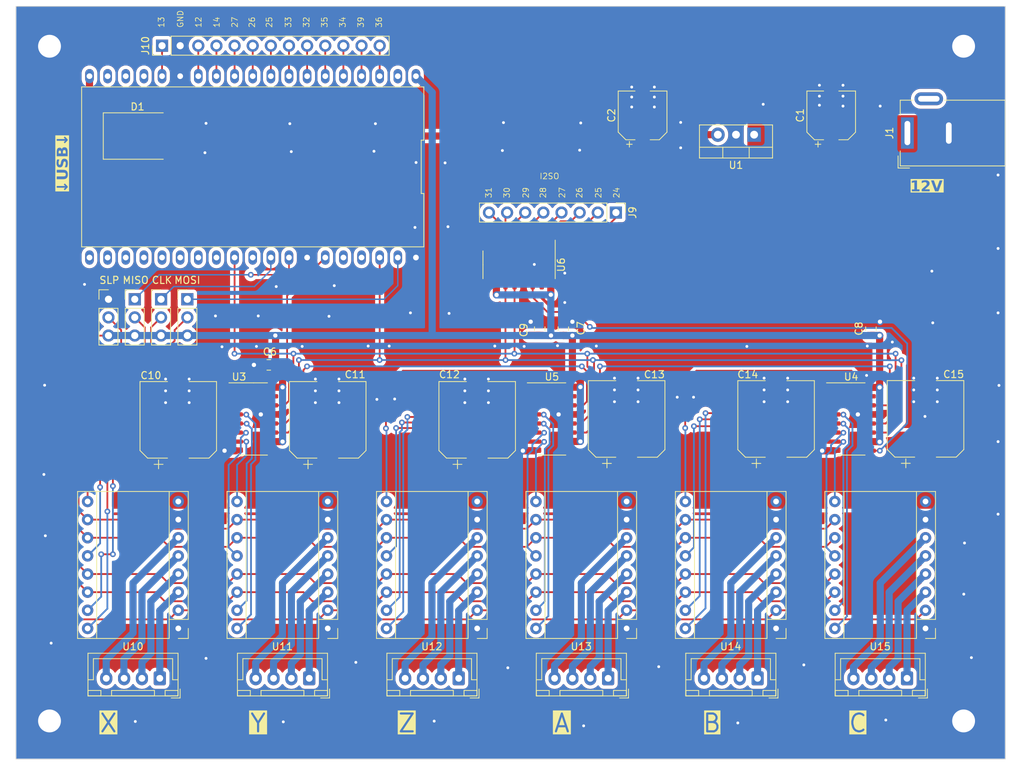
<source format=kicad_pcb>
(kicad_pcb (version 20221018) (generator pcbnew)
  (title_block (rev "1"))
  (layers (0 "F.Cu" signal "Front") (31 "B.Cu" signal "Back") (34 "B.Paste" user) (35 "F.Paste" user) (36 "B.SilkS" user "B.Silkscreen") (37 "F.SilkS" user "F.Silkscreen") (38 "B.Mask" user) (39 "F.Mask" user) (44 "Edge.Cuts" user))
  (net 0 "")
  (net 1 "GND")
  (net 2 "X_Enable")
  (net 3 "Net-(D1-K)")
  (net 4 "MS1")
  (net 5 "MS2")
  (net 6 "X_CS")
  (net 7 "Step_Reset")
  (net 8 "Step_Sleep")
  (net 9 "X_Step")
  (net 10 "Vmot")
  (net 11 "X_Dir")
  (net 12 "Y_Enable")
  (net 13 "Y_CS")
  (net 14 "Y_Step")
  (net 15 "Y_Dir")
  (net 16 "Z_Enable")
  (net 17 "Z_CS")
  (net 18 "Z_Step")
  (net 19 "Z_Dir")
  (net 20 "A_Enable")
  (net 21 "A_CS")
  (net 22 "A_Step")
  (net 23 "A_Dir")
  (net 24 "B_Enable")
  (net 25 "B_CS")
  (net 26 "B_Step")
  (net 27 "B_Dir")
  (net 28 "C_Enable")
  (net 29 "C_CS")
  (net 30 "C_Step")
  (net 31 "C_Dir")
  (net 32 "Net-(J2-Pin_1)")
  (net 33 "+5V")
  (net 34 "+3V3")
  (net 35 "I2S_BCK")
  (net 36 "I2S_WS")
  (net 37 "I2S_DATA")
  (net 38 "Net-(J2-Pin_2)")
  (net 39 "I2SO_25")
  (net 40 "I2SO_26")
  (net 41 "I2SO_27")
  (net 42 "I2SO_28")
  (net 43 "I2SO_29")
  (net 44 "I2SO_30")
  (net 45 "I2SO_31")
  (net 46 "I2SO_24")
  (net 47 "EN")
  (net 48 "C_LIMIT")
  (net 49 "B_LIMIT")
  (net 50 "A_LIMIT")
  (net 51 "Z_LIMIT")
  (net 52 "Y_LIMIT")
  (net 53 "X_LIMIT")
  (net 54 "Net-(J2-Pin_3)")
  (net 55 "Net-(J2-Pin_4)")
  (net 56 "Net-(J3-Pin_1)")
  (net 57 "Net-(J3-Pin_2)")
  (net 58 "Net-(J3-Pin_3)")
  (net 59 "GPIO13")
  (net 60 "GPIO15")
  (net 61 "GPIO2")
  (net 62 "Net-(J3-Pin_4)")
  (net 63 "GPIO4")
  (net 64 "GPIO16")
  (net 65 "CS_SD")
  (net 66 "SCK")
  (net 67 "MISO")
  (net 68 "MOSI")
  (net 69 "Net-(J4-Pin_1)")
  (net 70 "Net-(J4-Pin_2)")
  (net 71 "Net-(J4-Pin_3)")
  (net 72 "Net-(J4-Pin_4)")
  (net 73 "Net-(J5-Pin_1)")
  (net 74 "Net-(J5-Pin_2)")
  (net 75 "Net-(J5-Pin_3)")
  (net 76 "Net-(J5-Pin_4)")
  (net 77 "Net-(J6-Pin_1)")
  (net 78 "Net-(J6-Pin_2)")
  (net 79 "Net-(J6-Pin_3)")
  (net 80 "Net-(J6-Pin_4)")
  (net 81 "Net-(J7-Pin_1)")
  (net 82 "Net-(J7-Pin_2)")
  (net 83 "Net-(J7-Pin_3)")
  (net 84 "Net-(J7-Pin_4)")
  (net 85 "GPIO32")
  (net 86 "GPIO35")
  (net 87 "GPIO34")
  (net 88 "GPIO39")
  (net 89 "GPIO36")
  (net 99 "Net-(U3-QH')")
  (net 100 "Net-(U4-QH')")
  (net 101 "Net-(U4-SER)")
  (footprint "Package_SO:SOIC-16_3.9x9.9mm_P1.27mm" (layer "F.Cu") (at 189.865 92.964)
    (fp_text reference "U4")
    (fp_text value "74AHCT595")
  )
  (footprint "Connector_JST:JST_XH_B4B-XH-A_1x04_P2.50mm_Vertical" (layer "F.Cu") (at 134.9002 129.286 180)
    (fp_text reference "J4" hide)
    (fp_text value "Conn_01x04")
  )
  (footprint "Capacitor_SMD:CP_Elec_6.3x5.4_Nichicon" (layer "F.Cu") (at 160.655 50.452 90)
    (fp_text reference "C2")
    (fp_text value "47µF")
  )
  (footprint "Module:Pololu_Breakout-16_15.2x20.3mm" (layer "F.Cu") (at 137.4902 122.301 180)
    (fp_text reference "U12")
    (fp_text value "Z")
  )
  (footprint "Module:Pololu_Breakout-16_15.2x20.3mm" (layer "F.Cu") (at 200.279 122.301 180)
    (fp_text reference "U15")
    (fp_text value "C")
  )
  (footprint "Connector_PinHeader_2.54mm:PinHeader_1x08_P2.54mm_Vertical" (layer "F.Cu") (at 156.9212 64.0588 -90)
    (fp_text reference "J9")
    (fp_text value "Conn_01x08")
  )
  (footprint "Connector_BarrelJack:BarrelJack_Wuerth_6941xx301002" (layer "F.Cu") (at 197.739 52.924 90)
    (fp_text reference "J1")
    (fp_text value "DCin")
  )
  (footprint "Package_SO:SOIC-16_3.9x9.9mm_P1.27mm" (layer "F.Cu") (at 147.955 92.964)
    (fp_text reference "U5")
    (fp_text value "74AHCT595")
  )
  (footprint "MountingHole:MountingHole_3.2mm_M3_DIN965_Pad" (layer "F.Cu") (at 77.597 40.767)
    (fp_text reference "H1" hide)
    (fp_text value "MountingHole_Pad")
  )
  (footprint "Capacitor_SMD:CP_Elec_10x10.5" (layer "F.Cu") (at 158.4198 92.964 90)
    (fp_text reference "C13")
    (fp_text value "330µF")
  )
  (footprint "Capacitor_SMD:CP_Elec_10x10.5" (layer "F.Cu") (at 179.3494 92.964 90)
    (fp_text reference "C14")
    (fp_text value "330µF")
  )
  (footprint "Connector_JST:JST_XH_B4B-XH-A_1x04_P2.50mm_Vertical" (layer "F.Cu") (at 155.8298 129.286 180)
    (fp_text reference "J7" hide)
    (fp_text value "Conn_01x04")
  )
  (footprint "Package_TO_SOT_THT:TO-220-3_Vertical" (layer "F.Cu") (at 176.276 53.152 180)
    (fp_text reference "U1")
    (fp_text value "LM7805_TO220")
  )
  (footprint "Module:Pololu_Breakout-16_15.2x20.3mm" (layer "F.Cu") (at 158.4198 122.301 180)
    (fp_text reference "U13")
    (fp_text value "A")
  )
  (footprint "CNC:ESP32-module" (layer "F.Cu") (at 106.055 57.658 180)
    (fp_text reference "U2" hide)
    (fp_text value "AZ-Delivery_ESP32")
  )
  (footprint "Connector_PinHeader_2.54mm:PinHeader_1x03_P2.54mm_Vertical" (layer "F.Cu") (at 85.852 76.2)
    (fp_text reference "JP5" hide)
    (fp_text value "Slp")
  )
  (footprint "Module:Pololu_Breakout-16_15.2x20.3mm" (layer "F.Cu") (at 95.631 122.301 180)
    (fp_text reference "U10")
    (fp_text value "X")
  )
  (footprint "MountingHole:MountingHole_3.2mm_M3_DIN965_Pad" (layer "F.Cu") (at 205.613 135.255)
    (fp_text reference "H4" hide)
    (fp_text value "MountingHole_Pad")
  )
  (footprint "Capacitor_SMD:C_0805_2012Metric" (layer "F.Cu") (at 146.2532 80.3148 90)
    (fp_text reference "C9")
    (fp_text value "100nF")
  )
  (footprint "Connector_JST:JST_XH_B4B-XH-A_1x04_P2.50mm_Vertical" (layer "F.Cu") (at 197.689 129.286 180)
    (fp_text reference "J5" hide)
    (fp_text value "Conn_01x04")
  )
  (footprint "Package_SO:SOIC-16_3.9x9.9mm_P1.27mm" (layer "F.Cu") (at 106.172 92.964)
    (fp_text reference "U3")
    (fp_text value "74AHCT595")
  )
  (footprint "Connector_PinHeader_2.54mm:PinHeader_1x03_P2.54mm_Vertical" (layer "F.Cu") (at 93.218 76.2)
    (fp_text reference "JP3" hide)
    (fp_text value "MS2")
  )
  (footprint "Capacitor_SMD:CP_Elec_6.3x5.4_Nichicon" (layer "F.Cu") (at 187.071 50.452 90)
    (fp_text reference "C1")
    (fp_text value "47µF")
  )
  (footprint "Diode_SMD:D_SMC" (layer "F.Cu") (at 89.926 53.34)
    (fp_text reference "D1")
    (fp_text value "B340")
  )
  (footprint "Capacitor_SMD:CP_Elec_10x10.5" (layer "F.Cu") (at 116.5606 93.091 90)
    (fp_text reference "C11")
    (fp_text value "330µF")
  )
  (footprint "Connector_PinHeader_2.54mm:PinHeader_1x13_P2.54mm_Vertical" (layer "F.Cu") (at 93.355 40.6908 90)
    (fp_text reference "J10")
    (fp_text value "Conn_01x13")
  )
  (footprint "Capacitor_SMD:CP_Elec_10x10.5" (layer "F.Cu") (at 95.631 93.091 90)
    (fp_text reference "C10")
    (fp_text value "330µF")
  )
  (footprint "Module:Pololu_Breakout-16_15.2x20.3mm" (layer "F.Cu") (at 116.5606 122.301 180)
    (fp_text reference "U11")
    (fp_text value "Y")
  )
  (footprint "MountingHole:MountingHole_3.2mm_M3_DIN965_Pad" (layer "F.Cu") (at 77.597 135.255)
    (fp_text reference "H3" hide)
    (fp_text value "MountingHole_Pad")
  )
  (footprint "Capacitor_SMD:C_0805_2012Metric" (layer "F.Cu") (at 192.6336 80.3148 90)
    (fp_text reference "C8")
    (fp_text value "100nF")
  )
  (footprint "Connector_JST:JST_XH_B4B-XH-A_1x04_P2.50mm_Vertical" (layer "F.Cu") (at 176.7594 129.286 180)
    (fp_text reference "J2" hide)
    (fp_text value "Conn_01x04")
  )
  (footprint "MountingHole:MountingHole_3.2mm_M3_DIN965_Pad" (layer "F.Cu") (at 205.613 40.767)
    (fp_text reference "H2" hide)
    (fp_text value "MountingHole_Pad")
  )
  (footprint "Capacitor_SMD:CP_Elec_10x10.5" (layer "F.Cu") (at 200.279 92.9505 90)
    (fp_text reference "C15")
    (fp_text value "330µF")
  )
  (footprint "Connector_PinHeader_2.54mm:PinHeader_1x03_P2.54mm_Vertical" (layer "F.Cu") (at 96.901 76.2)
    (fp_text reference "JP2" hide)
    (fp_text value "MS1" hide)
  )
  (footprint "Connector_JST:JST_XH_B4B-XH-A_1x04_P2.50mm_Vertical" (layer "F.Cu") (at 113.9706 129.286 180)
    (fp_text reference "J6" hide)
    (fp_text value "Conn_01x04")
  )
  (footprint "Connector_PinHeader_2.54mm:PinHeader_1x03_P2.54mm_Vertical" (layer "F.Cu") (at 89.535 76.2)
    (fp_text reference "JP4" hide)
    (fp_text value "Rst")
  )
  (footprint "Package_SO:SOIC-16_3.9x9.9mm_P1.27mm" (layer "F.Cu") (at 143.3576 71.374 -90)
    (fp_text reference "U6")
    (fp_text value "74AHCT595")
  )
  (footprint "Connector_JST:JST_XH_B4B-XH-A_1x04_P2.50mm_Vertical" (layer "F.Cu") (at 93.041 129.286 180)
    (fp_text reference "J3" hide)
    (fp_text value "Conn_01x04")
  )
  (footprint "Capacitor_SMD:C_0805_2012Metric" (layer "F.Cu") (at 108.3056 85.3948 180)
    (fp_text reference "C6")
    (fp_text value "100nF")
  )
  (footprint "Module:Pololu_Breakout-16_15.2x20.3mm" (layer "F.Cu") (at 179.3494 122.301 180)
    (fp_text reference "U14")
    (fp_text value "B")
  )
  (footprint "Capacitor_SMD:CP_Elec_10x10.5" (layer "F.Cu") (at 137.4902 93.091 90)
    (fp_text reference "C12")
    (fp_text value "330µF")
  )
  (footprint "Capacitor_SMD:C_0805_2012Metric" (layer "F.Cu") (at 149.5552 80.3148 90)
    (fp_text reference "C7")
    (fp_text value "100nF")
  )
  (gr_rect (start 72.898 35.179) (end 211.455 140.589) (stroke (width 0.1)) (fill none) (layer "Edge.Cuts"))
  (gr_text "24" (at 157.48 62.103 90) (layer "F.SilkS") (effects (font (size 0.8 0.8) (thickness 0.1)) (justify left bottom)))
  (gr_text "X" (at 84.455 137.033) (layer "F.SilkS" knockout) (effects (font (size 2.5 2.5) (thickness 0.3) bold) (justify left bottom)))
  (gr_text "30" (at 142.113 62.103 90) (layer "F.SilkS") (effects (font (size 0.8 0.8) (thickness 0.1)) (justify left bottom)))
  (gr_text "C" (at 189.357 137.033) (layer "F.SilkS" knockout) (effects (font (size 2.5 2.5) (thickness 0.3) bold) (justify left bottom)))
  (gr_text "GND" (at 96.393 38.227 90) (layer "F.SilkS") (effects (font (size 0.8 0.8) (thickness 0.1)) (justify left bottom)))
  (gr_text "34" (at 119.126 38.227 90) (layer "F.SilkS") (effects (font (size 0.8 0.8) (thickness 0.1)) (justify left bottom)))
  (gr_text "35" (at 116.586 38.227 90) (layer "F.SilkS") (effects (font (size 0.8 0.8) (thickness 0.1)) (justify left bottom)))
  (gr_text "32" (at 114.046 38.227 90) (layer "F.SilkS") (effects (font (size 0.8 0.8) (thickness 0.1)) (justify left bottom)))
  (gr_text "28" (at 147.193 62.103 90) (layer "F.SilkS") (effects (font (size 0.8 0.8) (thickness 0.1)) (justify left bottom)))
  (gr_text "I2SO" (at 146.177 59.436) (layer "F.SilkS") (effects (font (size 0.8 0.8) (thickness 0.1)) (justify left bottom)))
  (gr_text "25" (at 108.839 38.227 90) (layer "F.SilkS") (effects (font (size 0.8 0.8) (thickness 0.1)) (justify left bottom)))
  (gr_text "14" (at 101.473 38.227 90) (layer "F.SilkS") (effects (font (size 0.8 0.8) (thickness 0.1)) (justify left bottom)))
  (gr_text "26" (at 106.426 38.227 90) (layer "F.SilkS") (effects (font (size 0.8 0.8) (thickness 0.1)) (justify left bottom)))
  (gr_text "25" (at 154.94 62.103 90) (layer "F.SilkS") (effects (font (size 0.8 0.8) (thickness 0.1)) (justify left bottom)))
  (gr_text "Z" (at 126.238 137.033) (layer "F.SilkS" knockout) (effects (font (size 2.5 2.5) (thickness 0.3) bold) (justify left bottom)))
  (gr_text "31" (at 139.573 62.103 90) (layer "F.SilkS") (effects (font (size 0.8 0.8) (thickness 0.1)) (justify left bottom)))
  (gr_text "29" (at 144.78 62.103 90) (layer "F.SilkS") (effects (font (size 0.8 0.8) (thickness 0.1)) (justify left bottom)))
  (gr_text "13" (at 93.726 38.227 90) (layer "F.SilkS") (effects (font (size 0.8 0.8) (thickness 0.1)) (justify left bottom)))
  (gr_text "↓USB↓" (at 80.391 61.341 90) (layer "F.SilkS" knockout) (effects (font (size 1.5 1.5) (thickness 0.3) bold) (justify left bottom)))
  (gr_text "27" (at 149.86 62.103 90) (layer "F.SilkS") (effects (font (size 0.8 0.8) (thickness 0.1)) (justify left bottom)))
  (gr_text "B" (at 168.91 137.033) (layer "F.SilkS" knockout) (effects (font (size 2.5 2.5) (thickness 0.3) bold) (justify left bottom)))
  (gr_text "27" (at 104.013 38.227 90) (layer "F.SilkS") (effects (font (size 0.8 0.8) (thickness 0.1)) (justify left bottom)))
  (gr_text "12V" (at 198.12 61.341) (layer "F.SilkS" knockout) (effects (font (size 1.5 1.5) (thickness 0.3) bold) (justify left bottom)))
  (gr_text "A" (at 148.082 137.033) (layer "F.SilkS" knockout) (effects (font (size 2.5 2.5) (thickness 0.3) bold) (justify left bottom)))
  (gr_text "12" (at 98.933 38.227 90) (layer "F.SilkS") (effects (font (size 0.8 0.8) (thickness 0.1)) (justify left bottom)))
  (gr_text "33\n" (at 111.506 38.227 90) (layer "F.SilkS") (effects (font (size 0.8 0.8) (thickness 0.1)) (justify left bottom)))
  (gr_text "36" (at 124.206 38.227 90) (layer "F.SilkS") (effects (font (size 0.8 0.8) (thickness 0.1)) (justify left bottom)))
  (gr_text "Y" (at 105.537 137.033) (layer "F.SilkS" knockout) (effects (font (size 2.5 2.5) (thickness 0.3) bold) (justify left bottom)))
  (gr_text "26" (at 152.273 62.103 90) (layer "F.SilkS") (effects (font (size 0.8 0.8) (thickness 0.1)) (justify left bottom)))
  (gr_text "39" (at 121.666 38.227 90) (layer "F.SilkS") (effects (font (size 0.8 0.8) (thickness 0.1)) (justify left bottom)))
  (segment (start 114.83325 87.376) (end 114.90975 87.503) (width 1) (layer "F.Cu") (net 1))
  (segment (start 180.9245 90.551) (end 179.324 88.9505) (width 1) (layer "F.Cu") (net 1))
  (segment (start 135.763 90.678) (end 139.065 90.678) (width 1) (layer "F.Cu") (net 1))
  (segment (start 198.628 87.249) (end 201.93 87.249) (width 1) (layer "F.Cu") (net 1))
  (segment (start 150.81 79.3648) (end 150.8252 79.3496) (width 1) (layer "F.Cu") (net 1))
  (segment (start 198.6785 90.551) (end 200.279 88.9505) (width 1) (layer "F.Cu") (net 1))
  (segment (start 160.02 87.249) (end 160.02 90.551) (width 1) (layer "F.Cu") (net 1))
  (segment (start 93.853 87.376) (end 93.9295 87.503) (width 1) (layer "F.Cu") (net 1))
  (segment (start 135.8135 90.678) (end 139.065 87.4265) (width 1) (layer "F.Cu") (net 1))
  (segment (start 135.763 89.027) (end 137.3635 89.027) (width 1) (layer "F.Cu") (net 1))
  (segment (start 156.718 87.249) (end 156.718 90.551) (width 1) (layer "F.Cu") (net 1))
  (segment (start 177.673 88.9) (end 179.2735 88.9) (width 1) (layer "F.Cu") (net 1))
  (segment (start 192.6336 79.3648) (end 193.8884 79.3648) (width 1) (layer "F.Cu") (net 1))
  (segment (start 177.673 90.551) (end 180.975 90.551) (width 1) (layer "F.Cu") (net 1))
  (segment (start 156.718 87.249) (end 160.02 87.249) (width 1) (layer "F.Cu") (net 1))
  (segment (start 108.647 92.329) (end 107.188 92.329) (width 1) (layer "F.Cu") (net 1))
  (segment (start 177.7235 90.551) (end 179.324 88.9505) (width 1) (layer "F.Cu") (net 1))
  (segment (start 116.48425 89.0775) (end 118.13525 87.4265) (width 1) (layer "F.Cu") (net 1))
  (segment (start 118.08475 90.678) (end 116.48425 89.0775) (width 1) (layer "F.Cu") (net 1))
  (segment (start 177.673 87.249) (end 177.673 90.551) (width 1) (layer "F.Cu") (net 1))
  (segment (start 93.853 87.376) (end 93.853 90.678) (width 1) (layer "F.Cu") (net 1))
  (segment (start 114.83325 89.027) (end 116.43375 89.027) (width 1) (layer "F.Cu") (net 1))
  (segment (start 177.7495 87.376) (end 179.324 88.9505) (width 1) (layer "F.Cu") (net 1))
  (segment (start 144.9984 79.3648) (end 144.9832 79.3496) (width 1) (layer "F.Cu") (net 1))
  (segment (start 201.93 88.9) (end 200.3295 88.9) (width 1) (layer "F.Cu") (net 1))
  (segment (start 198.628 87.249) (end 198.7045 87.376) (width 1) (layer "F.Cu") (net 1))
  (segment (start 198.7045 87.376) (end 201.8795 90.551) (width 1) (layer "F.Cu") (net 1))
  (segment (start 156.7945 87.376) (end 159.9695 90.551) (width 1) (layer "F.Cu") (net 1))
  (segment (start 114.88375 90.678) (end 116.48425 89.0775) (width 1) (layer "F.Cu") (net 1))
  (segment (start 139.065 89.027) (end 137.4645 89.027) (width 1) (layer "F.Cu") (net 1))
  (segment (start 156.7685 90.551) (end 158.369 88.9505) (width 1) (layer "F.Cu") (net 1))
  (segment (start 93.9295 87.503) (end 95.504 89.0775) (width 1) (layer "F.Cu") (net 1))
  (segment (start 179.324 88.9505) (end 180.975 87.2995) (width 1) (layer "F.Cu") (net 1))
  (segment (start 118.13525 89.027) (end 116.53475 89.027) (width 1) (layer "F.Cu") (net 1))
  (segment (start 93.853 87.376) (end 97.155 87.376) (width 1) (layer "F.Cu") (net 1))
  (segment (start 118.13525 87.376) (end 118.13525 90.678) (width 1) (layer "F.Cu") (net 1))
  (segment (start 180.975 87.249) (end 180.975 90.551) (width 1) (layer "F.Cu") (net 1))
  (segment (start 97.155 89.027) (end 95.5545 89.027) (width 1) (layer "F.Cu") (net 1))
  (segment (start 156.718 90.551) (end 160.02 90.551) (width 1) (layer "F.Cu") (net 1))
  (segment (start 192.34 92.329) (end 190.8048 92.329) (width 1) (layer "F.Cu") (net 1))
  (segment (start 93.853 89.027) (end 95.4535 89.027) (width 1) (layer "F.Cu") (net 1))
  (segment (start 160.02 88.9) (end 158.4195 88.9) (width 1) (layer "F.Cu") (net 1))
  (segment (start 135.763 87.376) (end 139.065 87.376) (width 1) (layer "F.Cu") (net 1))
  (segment (start 139.065 87.376) (end 139.065 90.678) (width 1) (layer "F.Cu") (net 1))
  (segment (start 135.763 87.376) (end 135.8395 87.503) (width 1) (layer "F.Cu") (net 1))
  (segment (start 187.39 97.409) (end 185.801 97.409) (width 1) (layer "F.Cu") (net 1))
  (segment (start 150.43 92.329) (end 148.8948 92.329) (width 1) (layer "F.Cu") (net 1))
  (segment (start 145.48 97.409) (end 143.891 97.409) (width 1) (layer "F.Cu") (net 1))
  (segment (start 180.975 88.9) (end 179.3745 88.9) (width 1) (layer "F.Cu") (net 1))
  (segment (start 156.718 88.9) (end 158.3185 88.9) (width 1) (layer "F.Cu") (net 1))
  (segment (start 149.5552 79.3648) (end 150.81 79.3648) (width 1) (layer "F.Cu") (net 1))
  (segment (start 198.628 90.551) (end 201.93 90.551) (width 1) (layer "F.Cu") (net 1))
  (segment (start 93.853 90.678) (end 97.155 90.678) (width 1) (layer "F.Cu") (net 1))
  (segment (start 93.9035 90.678) (end 95.504 89.0775) (width 1) (layer "F.Cu") (net 1))
  (segment (start 135.763 87.376) (end 135.763 90.678) (width 1) (layer "F.Cu") (net 1))
  (segment (start 114.83325 87.376) (end 114.83325 90.678) (width 1) (layer "F.Cu") (net 1))
  (segment (start 95.504 89.0775) (end 97.155 87.4265) (width 1) (layer "F.Cu") (net 1))
  (segment (start 198.628 87.249) (end 198.628 90.551) (width 1) (layer "F.Cu") (net 1))
  (segment (start 97.155 87.376) (end 97.155 90.678) (width 1) (layer "F.Cu") (net 1))
  (segment (start 135.8395 87.503) (end 139.0145 90.678) (width 1) (layer "F.Cu") (net 1))
  (segment (start 177.673 87.249) (end 177.7495 87.376) (width 1) (layer "F.Cu") (net 1))
  (segment (start 156.718 87.249) (end 156.7945 87.376) (width 1) (layer "F.Cu") (net 1))
  (segment (start 103.697 97.409) (end 102.108 97.409) (width 1) (layer "F.Cu") (net 1))
  (segment (start 114.83325 87.376) (end 118.13525 87.376) (width 1) (layer "F.Cu") (net 1))
  (segment (start 177.673 87.249) (end 180.975 87.249) (width 1) (layer "F.Cu") (net 1))
  (segment (start 146.2532 79.3648) (end 144.9984 79.3648) (width 1) (layer "F.Cu") (net 1))
  (segment (start 107.3556 85.3948) (end 106.2228 85.3948) (width 1) (layer "F.Cu") (net 1))
  (segment (start 198.628 88.9) (end 200.2285 88.9) (width 1) (layer "F.Cu") (net 1))
  (segment (start 201.93 87.249) (end 201.93 90.551) (width 1) (layer "F.Cu") (net 1))
  (segment (start 200.279 88.9505) (end 201.93 87.2995) (width 1) (layer "F.Cu") (net 1))
  (segment (start 193.8884 79.3648) (end 193.9036 79.3496) (width 1) (layer "F.Cu") (net 1))
  (segment (start 158.369 88.9505) (end 160.02 87.2995) (width 1) (layer "F.Cu") (net 1))
  (segment (start 97.1045 90.678) (end 95.504 89.0775) (width 1) (layer "F.Cu") (net 1))
  (segment (start 114.83325 90.678) (end 118.13525 90.678) (width 1) (layer "F.Cu") (net 1))
  (segment (start 114.90975 87.503) (end 116.48425 89.0775) (width 1) (layer "F.Cu") (net 1))
  (via (at 149.7584 72.5424) (size 0.8) (drill 0.4) (layers "F.Cu" "B.Cu") (net 1))
  (via (at 192.024 86.868) (size 0.8) (drill 0.4) (layers "F.Cu" "B.Cu") (net 1))
  (via (at 159.131 49.276) (size 0.8) (drill 0.4) (layers "F.Cu" "B.Cu") (net 1))
  (via (at 156.718 87.249) (size 0.8) (drill 0.4) (layers "F.Cu" "B.Cu") (net 1))
  (via (at 152.4 135.9408) (size 0.8) (drill 0.4) (layers "F.Cu" "B.Cu") (net 1))
  (via (at 139.065 90.678) (size 0.8) (drill 0.4) (layers "F.Cu" "B.Cu") (net 1))
  (via (at 109.347 74.422) (size 0.8) (drill 0.4) (layers "F.Cu" "B.Cu") (net 1))
  (via (at 135.763 90.678) (size 0.8) (drill 0.4) (layers "F.Cu" "B.Cu") (net 1))
  (via (at 99.3648 55.6768) (size 0.8) (drill 0.4) (layers "F.Cu" "B.Cu") (net 1))
  (via (at 97.155 87.376) (size 0.8) (drill 0.4) (layers "F.Cu" "B.Cu") (net 1))
  (via (at 144.9832 79.3496) (size 1) (drill 0.6) (layers "F.Cu" "B.Cu") (net 1))
  (via (at 133.4008 66.04) (size 0.8) (drill 0.4) (layers "F.Cu" "B.Cu") (net 1))
  (via (at 111.4552 55.5244) (size 0.8) (drill 0.4) (layers "F.Cu" "B.Cu") (net 1))
  (via (at 185.42 47.752) (size 0.8) (drill 0.4) (layers "F.Cu" "B.Cu") (net 1))
  (via (at 112.9792 82.804) (size 0.8) (drill 0.4) (layers "F.Cu" "B.Cu") (net 1))
  (via (at 200.2028 92.6084) (size 0.8) (drill 0.4) (layers "F.Cu" "B.Cu") (net 1))
  (via (at 135.763 89.027) (size 0.8) (drill 0.4) (layers "F.Cu" "B.Cu") (net 1))
  (via (at 114.83325 87.376) (size 0.8) (drill 0.4) (layers "F.Cu" "B.Cu") (net 1))
  (via (at 162.306 49.276) (size 0.8) (drill 0.4) (layers "F.Cu" "B.Cu") (net 1))
  (via (at 135.763 87.376) (size 0.8) (drill 0.4) (layers "F.Cu" "B.Cu") (net 1))
  (via (at 97.155 90.678) (size 0.8) (drill 0.4) (layers "F.Cu" "B.Cu") (net 1))
  (via (at 205.6384 117.5004) (size 0.8) (drill 0.4) (layers "F.Cu" "B.Cu") (net 1))
  (via (at 123.2408 51.6128) (size 0.8) (drill 0.4) (layers "F.Cu" "B.Cu") (net 1))
  (via (at 162.306 46.482) (size 0.8) (drill 0.4) (layers "F.Cu" "B.Cu") (net 1))
  (via (at 149.7584 76.6572) (size 0.8) (drill 0.4) (layers "F.Cu" "B.Cu") (net 1))
  (via (at 165.5064 89.916) (size 0.8) (drill 0.4) (layers "F.Cu" "B.Cu") (net 1))
  (via (at 89.6112 135.3312) (size 0.8) (drill 0.4) (layers "F.Cu" "B.Cu") (net 1))
  (via (at 125.9332 90.17) (size 0.8) (drill 0.4) (layers "F.Cu" "B.Cu") (net 1))
  (via (at 114.83325 90.678) (size 0.8) (drill 0.4) (layers "F.Cu" "B.Cu") (net 1))
  (via (at 190.8048 92.329) (size 1) (drill 0.6) (layers "F.Cu" "B.Cu") (net 1))
  (via (at 128.143 78.105) (size 0.8) (drill 0.4) (layers "F.Cu" "B.Cu") (net 1))
  (via (at 76.9112 88.2396) (size 0.8) (drill 0.4) (layers "F.Cu" "B.Cu") (net 1))
  (via (at 93.853 89.027) (size 0.8) (drill 0.4) (layers "F.Cu" "B.Cu") (net 1))
  (via (at 156.718 90.551) (size 0.8) (drill 0.4) (layers "F.Cu" "B.Cu") (net 1))
  (via (at 141.1732 51.4604) (size 0.8) (drill 0.4) (layers "F.Cu" "B.Cu") (net 1))
  (via (at 165.989 54.991) (size 0.8) (drill 0.4) (layers "F.Cu" "B.Cu") (net 1))
  (via (at 173.99 135.5344) (size 0.8) (drill 0.4) (layers "F.Cu" "B.Cu") (net 1))
  (via (at 194.7164 135.128) (size 0.8) (drill 0.4) (layers "F.Cu" "B.Cu") (net 1))
  (via (at 167.7924 89.916) (size 0.8) (drill 0.4) (layers "F.Cu" "B.Cu") (net 1))
  (via (at 76.8096 100.7364) (size 0.8) (drill 0.4) (layers "F.Cu" "B.Cu") (net 1))
  (via (at 183.2356 127.4064) (size 0.8) (drill 0.4) (layers "F.Cu" "B.Cu") (net 1))
  (via (at 93.853 90.678) (size 0.8) (drill 0.4) (layers "F.Cu" "B.Cu") (net 1))
  (via (at 165.989 51.435) (size 0.8) (drill 0.4) (layers "F.Cu" "B.Cu") (net 1))
  (via (at 141.7828 127.8128) (size 0.8) (drill 0.4) (layers "F.Cu" "B.Cu") (net 1))
  (via (at 123.0376 55.4736) (size 0.8) (drill 0.4) (layers "F.Cu" "B.Cu") (net 1))
  (via (at 132.9944 57.0992) (size 0.8) (drill 0.4) (layers "F.Cu" "B.Cu") (net 1))
  (via (at 100.838 78.5368) (size 0.8) (drill 0.4) (layers "F.Cu" "B.Cu") (net 1))
  (via (at 99.5172 126.492) (size 0.8) (drill 0.4) (layers "F.Cu" "B.Cu") (net 1))
  (via (at 188.722 49.149) (size 0.8) (drill 0.4) (layers "F.Cu" "B.Cu") (net 1))
  (via (at 198.628 87.249) (size 0.8) (drill 0.4) (layers "F.Cu" "B.Cu") (net 1))
  (via (at 139.954 82.7532) (size 0.8) (drill 0.4) (layers "F.Cu" "B.Cu") (net 1))
  (via (at 107.188 92.329) (size 1) (drill 0.6) (layers "F.Cu" "B.Cu") (net 1))
  (via (at 120.4976 127.0508) (size 0.8) (drill 0.4) (layers "F.Cu" "B.Cu") (net 1))
  (via (at 106.5784 82.804) (size 0.8) (drill 0.4) (layers "F.Cu" "B.Cu") (net 1))
  (via (at 82.4992 74.1172) (size 0.8) (drill 0.4) (layers "F.Cu" "B.Cu") (net 1))
  (via (at 177.673 90.551) (size 0.8) (drill 0.4) (layers "F.Cu" "B.Cu") (net 1))
  (via (at 117.475 74.295) (size 0.8) (drill 0.4) (layers "F.Cu" "B.Cu") (net 1))
  (via (at 160.02 90.551) (size 0.8) (drill 0.4) (layers "F.Cu" "B.Cu") (net 1))
  (via (at 97.155 89.027) (size 0.8) (drill 0.4) (layers "F.Cu" "B.Cu") (net 1))
  (via (at 77.8256 124.3584) (size 0.8) (drill 0.4) (layers "F.Cu" "B.Cu") (net 1))
  (via (at 198.628 88.9) (size 0.8) (drill 0.4) (layers "F.Cu" "B.Cu") (net 1))
  (via (at 175.26 82.804) (size 0.8) (drill 0.4) (layers "F.Cu" "B.Cu") (net 1))
  (via (at 160.02 87.249) (size 0.8) (drill 0.4) (layers "F.Cu" "B.Cu") (net 1))
  (via (at 201.295 79.502) (size 0.8) (drill 0.4) (layers "F.Cu" "B.Cu") (net 1))
  (via (at 141.0208 55.372) (size 0.8) (drill 0.4) (layers "F.Cu" "B.Cu") (net 1))
  (via (at 177.673 88.9) (size 0.8) (drill 0.4) (layers "F.Cu" "B.Cu") (net 1))
  (via (at 162.306 47.879) (size 0.8) (drill 0.4) (layers "F.Cu" "B.Cu") (net 1))
  (via (at 116.7384 78.5876) (size 0.8) (drill 0.4) (layers "F.Cu" "B.Cu") (net 1))
  (via (at 154.178 82.7532) (size 0.8) (drill 0.4) (layers "F.Cu" "B.Cu") (net 1))
  (via (at 177.546 48.895) (size 0.8) (drill 0.4) (layers "F.Cu" "B.Cu") (net 1))
  (via (at 185.801 97.409) (size 1) (drill 0.6) (layers "F.Cu" "B.Cu") (net 1))
  (via (at 102.108 97.409) (size 1) (drill 0.6) (layers "F.Cu" "B.Cu") (net 1))
  (via (at 210.439 78.105) (size 0.8) (drill 0.4) (layers "F.Cu" "B.Cu") (net 1))
  (via (at 210.566 88.265) (size 0.8) (drill 0.4) (layers "F.Cu" "B.Cu") (net 1))
  (via (at 156.718 88.9) (size 0.8) (drill 0.4) (layers "F.Cu" "B.Cu") (net 1))
  (via (at 139.065 89.027) (size 0.8) (drill 0.4) (layers "F.Cu" "B.Cu") (net 1))
  (via (at 144.0688 82.804) (size 0.8) (drill 0.4) (layers "F.Cu" "B.Cu") (net 1))
  (via (at 198.628 90.551) (size 0.8) (drill 0.4) (layers "F.Cu" "B.Cu") (net 1))
  (via (at 205.74 110.3376) (size 0.8) (drill 0.4) (layers "F.Cu" "B.Cu") (net 1))
  (via (at 193.9036 79.3496) (size 1) (drill 0.6) (layers "F.Cu" "B.Cu") (net 1))
  (via (at 201.93 88.9) (size 0.8) (drill 0.4) (layers "F.Cu" "B.Cu") (net 1))
  (via (at 122.2248 82.7532) (size 0.8) (drill 0.4) (layers "F.Cu" "B.Cu") (net 1))
  (via (at 128.778 66.1416) (size 0.8) (drill 0.4) (layers "F.Cu" "B.Cu") (net 1))
  (via (at 201.168 72.263) (size 0.8) (drill 0.4) (layers "F.Cu" "B.Cu") (net 1))
  (via (at 143.891 97.409) (size 1) (drill 0.6) (layers "F.Cu" "B.Cu") (net 1))
  (via (at 111.252 51.6128) (size 0.8) (drill 0.4) (layers "F.Cu" "B.Cu") (net 1))
  (via (at 192.1256 82.7532) (size 0.8) (drill 0.4) (layers "F.Cu" "B.Cu") (net 1))
  (via (at 185.42 46.228) (size 0.8) (drill 0.4) (layers "F.Cu" "B.Cu") (net 1))
  (via (at 180.975 87.249) (size 0.8) (drill 0.4) (layers "F.Cu" "B.Cu") (net 1))
  (via (at 151.8412 55.3212) (size 0.8) (drill 0.4) (layers "F.Cu" "B.Cu") (net 1))
  (via (at 188.722 46.228) (size 0.8) (drill 0.4) (layers "F.Cu" "B.Cu") (net 1))
  (via (at 148.8948 92.329) (size 1) (drill 0.6) (layers "F.Cu" "B.Cu") (net 1))
  (via (at 145.4912 71.3232) (size 0.8) (drill 0.4) (layers "F.Cu" "B.Cu") (net 1))
  (via (at 150.8252 79.3496) (size 1) (drill 0.6) (layers "F.Cu" "B.Cu") (net 1))
  (via (at 118.13525 90.678) (size 0.8) (drill 0.4) (layers "F.Cu" "B.Cu") (net 1))
  (via (at 93.853 87.376) (size 0.8) (drill 0.4) (layers "F.Cu" "B.Cu") (net 1))
  (via (at 133.5532 78.1812) (size 0.8) (drill 0.4) (layers "F.Cu" "B.Cu") (net 1))
  (via (at 160.02 88.9) (size 0.8) (drill 0.4) (layers "F.Cu" "B.Cu") (net 1))
  (via (at 114.83325 89.027) (size 0.8) (drill 0.4) (layers "F.Cu" "B.Cu") (net 1))
  (via (at 210.439 96.139) (size 0.8) (drill 0.4) (layers "F.Cu" "B.Cu") (net 1))
  (via (at 206.7052 126.3904) (size 0.8) (drill 0.4) (layers "F.Cu" "B.Cu") (net 1))
  (via (at 148.7424 82.7024) (size 0.8) (drill 0.4) (layers "F.Cu" "B.Cu") (net 1))
  (via (at 106.8324 78.5368) (size 0.8) (drill 0.4) (layers "F.Cu" "B.Cu") (net 1))
  (via (at 210.439 106.299) (size 0.8) (drill 0.4) (layers "F.Cu" "B.Cu") (net 1))
  (via (at 185.42 49.022) (size 0.8) (drill 0.4) (layers "F.Cu" "B.Cu") (net 1))
  (via (at 180.975 88.9) (size 0.8) (drill 0.4) (layers "F.Cu" "B.Cu") (net 1))
  (via (at 201.93 87.249) (size 0.8) (drill 0.4) (layers "F.Cu" "B.Cu") (net 1))
  (via (at 210.439 58.801) (size 0.8) (drill 0.4) (layers "F.Cu" "B.Cu") (net 1))
  (via (at 118.13525 87.376) (size 0.8) (drill 0.4) (layers "F.Cu" "B.Cu") (net 1))
  (via (at 180.975 90.551) (size 0.8) (drill 0.4) (layers "F.Cu" "B.Cu") (net 1))
  (via (at 195.6308 82.1944) (size 0.8) (drill 0.4) (layers "F.Cu" "B.Cu") (net 1))
  (via (at 193.929 49.149) (size 0.8) (drill 0.4) (layers "F.Cu" "B.Cu") (net 1))
  (via (at 101.7524 82.8548) (size 0.8) (drill 0.4) (layers "F.Cu" "B.Cu") (net 1))
  (via (at 77.0128 109.3216) (size 0.8) (drill 0.4) (layers "F.Cu" "B.Cu") (net 1))
  (via (at 210.439 69.088) (size 0.8) (drill 0.4) (layers "F.Cu" "B.Cu") (net 1))
  (via (at 118.13525 89.027) (size 0.8) (drill 0.4) (layers "F.Cu" "B.Cu") (net 1))
  (via (at 162.9156 127.6604) (size 0.8) (drill 0.4) (layers "F.Cu" "B.Cu") (net 1))
  (via (at 177.673 87.249) (size 0.8) (drill 0.4) (layers "F.Cu" "B.Cu") (net 1))
  (via (at 139.065 87.376) (size 0.8) (drill 0.4) (layers "F.Cu" "B.Cu") (net 1))
  (via (at 110.3376 135.382) (size 0.8) (drill 0.4) (layers "F.Cu" "B.Cu") (net 1))
  (via (at 201.93 90.551) (size 0.8) (drill 0.4) (layers "F.Cu" "B.Cu") (net 1))
  (via (at 159.131 46.482) (size 0.8) (drill 0.4) (layers "F.Cu" "B.Cu") (net 1))
  (via (at 99.5172 51.562) (size 0.8) (drill 0.4) (layers "F.Cu" "B.Cu") (net 1))
  (via (at 188.722 47.752) (size 0.8) (drill 0.4) (layers "F.Cu" "B.Cu") (net 1))
  (via (at 151.9936 51.5112) (size 0.8) (drill 0.4) (layers "F.Cu" "B.Cu") (net 1))
  (via (at 106.2228 85.3948) (size 1) (drill 0.6) (layers "F.Cu" "B.Cu") (net 1))
  (via (at 159.131 47.879) (size 0.8) (drill 0.4) (layers "F.Cu" "B.Cu") (net 1))
  (via (at 125.1712 82.7532) (size 0.8) (drill 0.4) (layers "F.Cu" "B.Cu") (net 1))
  (via (at 131.4704 135.2804) (size 0.8) (drill 0.4) (layers "F.Cu" "B.Cu") (net 1))
  (via (at 123.444 90.2208) (size 0.8) (drill 0.4) (layers "F.Cu" "B.Cu") (net 1))
  (via (at 128.9304 57.0484) (size 0.8) (drill 0.4) (layers "F.Cu" "B.Cu") (net 1))
  (segment (start 82.931 104.521) (end 82.931 95.0722) (width 0.25) (layer "F.Cu") (net 2))
  (segment (start 82.931 95.0722) (end 92.3544 85.6488) (width 0.25) (layer "F.Cu") (net 2))
  (segment (start 104.5464 85.6488) (end 106.7308 87.8332) (width 0.25) (layer "F.Cu") (net 2))
  (segment (start 107.2642 89.789) (end 108.647 89.789) (width 0.25) (layer "F.Cu") (net 2))
  (segment (start 106.7308 87.8332) (end 106.7308 89.2556) (width 0.25) (layer "F.Cu") (net 2))
  (segment (start 106.7308 89.2556) (end 107.2642 89.789) (width 0.25) (layer "F.Cu") (net 2))
  (segment (start 92.3544 85.6488) (end 104.5464 85.6488) (width 0.25) (layer "F.Cu") (net 2))
  (segment (start 86.526 53.34) (end 83.195 50.009) (width 1) (layer "F.Cu") (net 3))
  (segment (start 83.195 50.009) (end 83.195 44.958) (width 1) (layer "F.Cu") (net 3))
  (segment (start 135.128 107.061) (end 124.7902 107.061) (width 0.25) (layer "F.Cu") (net 4))
  (segment (start 177.8 108.331) (end 176.53 107.061) (width 0.25) (layer "F.Cu") (net 4))
  (segment (start 186.309 108.331) (end 177.8 108.331) (width 0.25) (layer "F.Cu") (net 4))
  (segment (start 95.123 80.518) (end 96.901 78.74) (width 0.25) (layer "F.Cu") (net 4))
  (segment (start 145.7198 107.061) (end 144.4498 108.331) (width 0.25) (layer "F.Cu") (net 4))
  (segment (start 114.935 108.331) (end 113.665 107.061) (width 0.25) (layer "F.Cu") (net 4))
  (segment (start 155.321 107.061) (end 145.7198 107.061) (width 0.25) (layer "F.Cu") (net 4))
  (segment (start 187.579 107.061) (end 186.309 108.331) (width 0.25) (layer "F.Cu") (net 4))
  (segment (start 81.661 95.4786) (end 95.123 82.0166) (width 0.25) (layer "F.Cu") (net 4))
  (segment (start 123.5202 108.331) (end 114.935 108.331) (width 0.25) (layer "F.Cu") (net 4))
  (segment (start 165.3794 108.331) (end 156.591 108.331) (width 0.25) (layer "F.Cu") (net 4))
  (segment (start 144.4498 108.331) (end 136.398 108.331) (width 0.25) (layer "F.Cu") (net 4))
  (segment (start 103.8606 107.061) (end 102.5906 108.331) (width 0.25) (layer "F.Cu") (net 4))
  (segment (start 82.931 107.061) (end 81.661 105.791) (width 0.25) (layer "F.Cu") (net 4))
  (segment (start 102.5906 108.331) (end 94.488 108.331) (width 0.25) (layer "F.Cu") (net 4))
  (segment (start 95.123 82.0166) (end 95.123 80.518) (width 0.25) (layer "F.Cu") (net 4))
  (segment (start 124.7902 107.061) (end 123.5202 108.331) (width 0.25) (layer "F.Cu") (net 4))
  (segment (start 93.218 107.061) (end 82.931 107.061) (width 0.25) (layer "F.Cu") (net 4))
  (segment (start 176.53 107.061) (end 166.6494 107.061) (width 0.25) (layer "F.Cu") (net 4))
  (segment (start 156.591 108.331) (end 155.321 107.061) (width 0.25) (layer "F.Cu") (net 4))
  (segment (start 81.661 105.791) (end 81.661 95.4786) (width 0.25) (layer "F.Cu") (net 4))
  (segment (start 113.665 107.061) (end 103.8606 107.061) (width 0.25) (layer "F.Cu") (net 4))
  (segment (start 166.6494 107.061) (end 165.3794 108.331) (width 0.25) (layer "F.Cu") (net 4))
  (segment (start 94.488 108.331) (end 93.218 107.061) (width 0.25) (layer "F.Cu") (net 4))
  (segment (start 136.398 108.331) (end 135.128 107.061) (width 0.25) (layer "F.Cu") (net 4))
  (segment (start 145.7198 109.601) (end 144.4498 110.871) (width 0.25) (layer "F.Cu") (net 5))
  (segment (start 156.718 110.871) (end 155.448 109.601) (width 0.25) (layer "F.Cu") (net 5))
  (segment (start 93.218 78.74) (end 91.821 80.137) (width 0.25) (layer "F.Cu") (net 5))
  (segment (start 166.6494 109.601) (end 165.3794 110.871) (width 0.25) (layer "F.Cu") (net 5))
  (segment (start 91.821 83.7438) (end 81.153 94.4118) (width 0.25) (layer "F.Cu") (net 5))
  (segment (start 81.153 94.4118) (end 81.153 107.823) (width 0.25) (layer "F.Cu") (net 5))
  (segment (start 102.5906 110.871) (end 94.361 110.871) (width 0.25) (layer "F.Cu") (net 5))
  (segment (start 134.874 109.601) (end 124.7902 109.601) (width 0.25) (layer "F.Cu") (net 5))
  (segment (start 186.309 110.871) (end 178.181 110.871) (width 0.25) (layer "F.Cu") (net 5))
  (segment (start 123.5202 110.871) (end 114.935 110.871) (width 0.25) (layer "F.Cu") (net 5))
  (segment (start 124.7902 109.601) (end 123.5202 110.871) (width 0.25) (layer "F.Cu") (net 5))
  (segment (start 103.8606 109.601) (end 102.5906 110.871) (width 0.25) (layer "F.Cu") (net 5))
  (segment (start 113.665 109.601) (end 103.8606 109.601) (width 0.25) (layer "F.Cu") (net 5))
  (segment (start 165.3794 110.871) (end 156.718 110.871) (width 0.25) (layer "F.Cu") (net 5))
  (segment (start 93.091 109.601) (end 82.931 109.601) (width 0.25) (layer "F.Cu") (net 5))
  (segment (start 114.935 110.871) (end 113.665 109.601) (width 0.25) (layer "F.Cu") (net 5))
  (segment (start 94.361 110.871) (end 93.091 109.601) (width 0.25) (layer "F.Cu") (net 5))
  (segment (start 81.153 107.823) (end 82.931 109.601) (width 0.25) (layer "F.Cu") (net 5))
  (segment (start 136.144 110.871) (end 134.874 109.601) (width 0.25) (layer "F.Cu") (net 5))
  (segment (start 176.911 109.601) (end 166.6494 109.601) (width 0.25) (layer "F.Cu") (net 5))
  (segment (start 91.821 80.137) (end 91.821 83.7438) (width 0.25) (layer "F.Cu") (net 5))
  (segment (start 178.181 110.871) (end 176.911 109.601) (width 0.25) (layer "F.Cu") (net 5))
  (segment (start 155.448 109.601) (end 145.7198 109.601) (width 0.25) (layer "F.Cu") (net 5))
  (segment (start 144.4498 110.871) (end 136.144 110.871) (width 0.25) (layer "F.Cu") (net 5))
  (segment (start 187.579 109.601) (end 186.309 110.871) (width 0.25) (layer "F.Cu") (net 5))
  (segment (start 84.6836 94.6404) (end 84.6836 102.5144) (width 0.25) (layer "F.Cu") (net 6))
  (segment (start 105.5624 87.7316) (end 104.1908 86.36) (width 0.25) (layer "F.Cu") (net 6))
  (segment (start 105.029 91.059) (end 105.5624 90.5256) (width 0.25) (layer "F.Cu") (net 6))
  (segment (start 93.0148 86.3092) (end 84.6836 94.6404) (width 0.25) (layer "F.Cu") (net 6))
  (segment (start 105.5624 90.5256) (end 105.5624 87.7316) (width 0.25) (layer "F.Cu") (net 6))
  (segment (start 104.14 86.3092) (end 93.0148 86.3092) (width 0.25) (layer "F.Cu") (net 6))
  (segment (start 103.697 91.059) (end 105.029 91.059) (width 0.25) (layer "F.Cu") (net 6))
  (segment (start 104.1908 86.36) (end 104.14 86.3092) (width 0.25) (layer "F.Cu") (net 6))
  (via (at 84.6836 102.5144) (size 0.8) (drill 0.4) (layers "F.Cu" "B.Cu") (net 6))
  (segment (start 84.6836 102.5144) (end 84.6836 110.3884) (width 0.25) (layer "B.Cu") (net 6))
  (segment (start 84.6836 110.3884) (end 82.931 112.141) (width 0.25) (layer "B.Cu") (net 6))
  (segment (start 187.579 114.681) (end 186.309 115.951) (width 0.25) (layer "F.Cu") (net 7))
  (segment (start 165.3794 115.951) (end 156.845 115.951) (width 0.25) (layer "F.Cu") (net 7))
  (segment (start 145.7198 114.681) (end 144.4498 115.951) (width 0.25) (layer "F.Cu") (net 7))
  (segment (start 113.538 114.681) (end 103.8606 114.681) (width 0.25) (layer "F.Cu") (net 7))
  (segment (start 123.5202 115.951) (end 114.808 115.951) (width 0.25) (layer "F.Cu") (net 7))
  (segment (start 82.931 114.681) (end 80.678481 112.428481) (width 0.25) (layer "F.Cu") (net 7))
  (segment (start 92.964 114.681) (end 82.931 114.681) (width 0.25) (layer "F.Cu") (net 7))
  (segment (start 176.403 114.681) (end 166.6494 114.681) (width 0.25) (layer "F.Cu") (net 7))
  (segment (start 114.808 115.951) (end 113.538 114.681) (width 0.25) (layer "F.Cu") (net 7))
  (segment (start 155.575 114.681) (end 145.7198 114.681) (width 0.25) (layer "F.Cu") (net 7))
  (segment (start 124.7902 114.681) (end 123.5202 115.951) (width 0.25) (layer "F.Cu") (net 7))
  (segment (start 90.932 83.3628) (end 90.932 80.137) (width 0.25) (layer "F.Cu") (net 7))
  (segment (start 186.309 115.951) (end 177.673 115.951) (width 0.25) (layer "F.Cu") (net 7))
  (segment (start 177.673 115.951) (end 176.403 114.681) (width 0.25) (layer "F.Cu") (net 7))
  (segment (start 90.932 80.137) (end 89.535 78.74) (width 0.25) (layer "F.Cu") (net 7))
  (segment (start 103.8606 114.681) (end 102.5906 115.951) (width 0.25) (layer "F.Cu") (net 7))
  (segment (start 80.65348 93.64132) (end 90.932 83.3628) (width 0.25) (layer "F.Cu") (net 7))
  (segment (start 80.678481 112.428481) (end 80.678481 108.054909) (width 0.25) (layer "F.Cu") (net 7))
  (segment (start 102.5906 115.951) (end 94.234 115.951) (width 0.25) (layer "F.Cu") (net 7))
  (segment (start 80.678481 108.054909) (end 80.65348 108.029907) (width 0.25) (layer "F.Cu") (net 7))
  (segment (start 144.4498 115.951) (end 136.017 115.951) (width 0.25) (layer "F.Cu") (net 7))
  (segment (start 80.65348 108.029907) (end 80.65348 93.64132) (width 0.25) (layer "F.Cu") (net 7))
  (segment (start 136.017 115.951) (end 134.747 114.681) (width 0.25) (layer "F.Cu") (net 7))
  (segment (start 134.747 114.681) (end 124.7902 114.681) (width 0.25) (layer "F.Cu") (net 7))
  (segment (start 166.6494 114.681) (end 165.3794 115.951) (width 0.25) (layer "F.Cu") (net 7))
  (segment (start 156.845 115.951) (end 155.575 114.681) (width 0.25) (layer "F.Cu") (net 7))
  (segment (start 94.234 115.951) (end 92.964 114.681) (width 0.25) (layer "F.Cu") (net 7))
  (segment (start 87.63 85.217) (end 87.63 80.518) (width 0.25) (layer "F.Cu") (net 8))
  (segment (start 80.137 92.71) (end 87.63 85.217) (width 0.25) (layer "F.Cu") (net 8))
  (segment (start 92.456 117.221) (end 82.931 117.221) (width 0.25) (layer "F.Cu") (net 8))
  (segment (start 166.6494 117.221) (end 165.3794 118.491) (width 0.25) (layer "F.Cu") (net 8))
  (segment (start 135.509 118.491) (end 134.239 117.221) (width 0.25) (layer "F.Cu") (net 8))
  (segment (start 134.239 117.221) (end 124.7902 117.221) (width 0.25) (layer "F.Cu") (net 8))
  (segment (start 87.63 80.518) (end 85.852 78.74) (width 0.25) (layer "F.Cu") (net 8))
  (segment (start 177.292 118.491) (end 176.022 117.221) (width 0.25) (layer "F.Cu") (net 8))
  (segment (start 155.321 117.221) (end 145.7198 117.221) (width 0.25) (layer "F.Cu") (net 8))
  (segment (start 80.137 114.427) (end 80.137 92.71) (width 0.25) (layer "F.Cu") (net 8))
  (segment (start 124.7902 117.221) (end 123.5202 118.491) (width 0.25) (layer "F.Cu") (net 8))
  (segment (start 165.3794 118.491) (end 156.591 118.491) (width 0.25) (layer "F.Cu") (net 8))
  (segment (start 187.579 117.221) (end 186.309 118.491) (width 0.25) (layer "F.Cu") (net 8))
  (segment (start 82.931 117.221) (end 80.137 114.427) (width 0.25) (layer "F.Cu") (net 8))
  (segment (start 103.8606 117.221) (end 102.5906 118.491) (width 0.25) (layer "F.Cu") (net 8))
  (segment (start 114.427 118.491) (end 113.157 117.221) (width 0.25) (layer "F.Cu") (net 8))
  (segment (start 144.4498 118.491) (end 135.509 118.491) (width 0.25) (layer "F.Cu") (net 8))
  (segment (start 102.5906 118.491) (end 93.726 118.491) (width 0.25) (layer "F.Cu") (net 8))
  (segment (start 113.157 117.221) (end 103.8606 117.221) (width 0.25) (layer "F.Cu") (net 8))
  (segment (start 186.309 118.491) (end 177.292 118.491) (width 0.25) (layer "F.Cu") (net 8))
  (segment (start 93.726 118.491) (end 92.456 117.221) (width 0.25) (layer "F.Cu") (net 8))
  (segment (start 176.022 117.221) (end 166.6494 117.221) (width 0.25) (layer "F.Cu") (net 8))
  (segment (start 156.591 118.491) (end 155.321 117.221) (width 0.25) (layer "F.Cu") (net 8))
  (segment (start 123.5202 118.491) (end 114.427 118.491) (width 0.25) (layer "F.Cu") (net 8))
  (segment (start 145.7198 117.221) (end 144.4498 118.491) (width 0.25) (layer "F.Cu") (net 8))
  (segment (start 86.4741 102.362) (end 86.4741 96.3043) (width 0.25) (layer "F.Cu") (net 9))
  (segment (start 98.4504 92.7608) (end 101.4222 89.789) (width 0.25) (layer "F.Cu") (net 9))
  (segment (start 84.836 111.9124) (end 86.4741 111.9124) (width 0.25) (layer "F.Cu") (net 9))
  (segment (start 101.4222 89.789) (end 103.697 89.789) (width 0.25) (layer "F.Cu") (net 9))
  (segment (start 86.4741 96.3043) (end 90.0176 92.7608) (width 0.25) (layer "F.Cu") (net 9))
  (segment (start 90.0176 92.7608) (end 98.4504 92.7608) (width 0.25) (layer "F.Cu") (net 9))
  (via (at 86.4741 102.362) (size 0.8) (drill 0.4) (layers "F.Cu" "B.Cu") (net 9))
  (via (at 86.4741 111.9124) (size 0.8) (drill 0.4) (layers "F.Cu" "B.Cu") (net 9))
  (via (at 84.836 111.9124) (size 0.8) (drill 0.4) (layers "F.Cu" "B.Cu") (net 9))
  (segment (start 86.4741 111.9124) (end 86.4741 102.362) (width 0.25) (layer "B.Cu") (net 9))
  (segment (start 82.931 119.761) (end 84.836 117.856) (width 0.25) (layer "B.Cu") (net 9))
  (segment (start 84.836 117.856) (end 84.836 111.9124) (width 0.25) (layer "B.Cu") (net 9))
  (segment (start 103.697 88.519) (end 101.5746 88.519) (width 0.25) (layer "F.Cu") (net 11))
  (segment (start 90.9828 92.1512) (end 89.6112 92.1512) (width 0.25) (layer "F.Cu") (net 11))
  (segment (start 97.9424 92.1512) (end 90.9828 92.1512) (width 0.25) (layer "F.Cu") (net 11))
  (segment (start 101.5746 88.519) (end 97.9932 92.1004) (width 0.25) (layer "F.Cu") (net 11))
  (segment (start 89.6112 92.1512) (end 85.6996 96.0628) (width 0.25) (layer "F.Cu") (net 11))
  (segment (start 85.6996 96.0628) (end 85.6996 105.918) (width 0.25) (layer "F.Cu") (net 11))
  (segment (start 97.9932 92.1004) (end 97.9424 92.1512) (width 0.25) (layer "F.Cu") (net 11))
  (via (at 85.6996 105.918) (size 0.8) (drill 0.4) (layers "F.Cu" "B.Cu") (net 11))
  (segment (start 85.6996 105.918) (end 85.6996 119.5324) (width 0.25) (layer "B.Cu") (net 11))
  (segment (start 85.6996 119.5324) (end 82.931 122.301) (width 0.25) (layer "B.Cu") (net 11))
  (segment (start 105.156 96.139) (end 103.697 96.139) (width 0.25) (layer "F.Cu") (net 12))
  (via (at 105.156 96.139) (size 0.8) (drill 0.4) (layers "F.Cu" "B.Cu") (net 12))
  (segment (start 103.8606 99.3902) (end 105.156 98.0948) (width 0.25) (layer "B.Cu") (net 12))
  (segment (start 103.8606 104.521) (end 103.8606 99.3902) (width 0.25) (layer "B.Cu") (net 12))
  (segment (start 105.156 98.0948) (end 105.156 96.139) (width 0.25) (layer "B.Cu") (net 12))
  (segment (start 105.1052 94.8944) (end 103.7224 94.8944) (width 0.25) (layer "F.Cu") (net 13))
  (segment (start 103.7224 94.8944) (end 103.697 94.869) (width 0.25) (layer "F.Cu") (net 13))
  (via (at 105.1052 94.8944) (size 0.8) (drill 0.4) (layers "F.Cu" "B.Cu") (net 13))
  (segment (start 102.686089 99.396311) (end 104.381489 97.700911) (width 0.25) (layer "B.Cu") (net 13))
  (segment (start 103.8606 112.141) (end 102.686089 110.966489) (width 0.25) (layer "B.Cu") (net 13))
  (segment (start 102.686089 110.966489) (end 102.686089 99.396311) (width 0.25) (layer "B.Cu") (net 13))
  (segment (start 104.381489 95.618111) (end 105.1052 94.8944) (width 0.25) (layer "B.Cu") (net 13))
  (segment (start 104.381489 97.700911) (end 104.381489 95.618111) (width 0.25) (layer "B.Cu") (net 13))
  (segment (start 105.2068 93.6244) (end 103.7224 93.6244) (width 0.25) (layer "F.Cu") (net 14))
  (segment (start 103.7224 93.6244) (end 103.697 93.599) (width 0.25) (layer "F.Cu") (net 14))
  (via (at 105.2068 93.6244) (size 0.8) (drill 0.4) (layers "F.Cu" "B.Cu") (net 14))
  (segment (start 105.2068 118.4148) (end 105.2068 99.2124) (width 0.25) (layer "B.Cu") (net 14))
  (segment (start 105.930511 98.488689) (end 105.930511 94.348111) (width 0.25) (layer "B.Cu") (net 14))
  (segment (start 103.8606 119.761) (end 105.2068 118.4148) (width 0.25) (layer "B.Cu") (net 14))
  (segment (start 105.2068 99.2124) (end 105.930511 98.488689) (width 0.25) (layer "B.Cu") (net 14))
  (segment (start 105.930511 94.348111) (end 105.2068 93.6244) (width 0.25) (layer "B.Cu") (net 14))
  (segment (start 105.156 92.3544) (end 103.7224 92.3544) (width 0.25) (layer "F.Cu") (net 15))
  (segment (start 103.7224 92.3544) (end 103.697 92.329) (width 0.25) (layer "F.Cu") (net 15))
  (via (at 105.156 92.3544) (size 0.8) (drill 0.4) (layers "F.Cu" "B.Cu") (net 15))
  (segment (start 105.8164 120.3452) (end 105.8164 99.314) (width 0.25) (layer "B.Cu") (net 15))
  (segment (start 106.430031 98.700369) (end 106.430031 93.628431) (width 0.25) (layer "B.Cu") (net 15))
  (segment (start 106.430031 93.628431) (end 105.156 92.3544) (width 0.25) (layer "B.Cu") (net 15))
  (segment (start 103.8606 122.301) (end 105.8164 120.3452) (width 0.25) (layer "B.Cu") (net 15))
  (segment (start 105.8164 99.314) (end 106.430031 98.700369) (width 0.25) (layer "B.Cu") (net 15))
  (segment (start 124.714 88.5952) (end 127.1016 86.2076) (width 0.25) (layer "F.Cu") (net 16))
  (segment (start 149.1742 89.789) (end 150.43 89.789) (width 0.25) (layer "F.Cu") (net 16))
  (segment (start 147.2692 86.2076) (end 148.6408 87.5792) (width 0.25) (layer "F.Cu") (net 16))
  (segment (start 124.714 94.2848) (end 124.714 88.5952) (width 0.25) (layer "F.Cu") (net 16))
  (segment (start 148.6408 89.2556) (end 149.1742 89.789) (width 0.25) (layer "F.Cu") (net 16))
  (segment (start 127.1016 86.2076) (end 147.2692 86.2076) (width 0.25) (layer "F.Cu") (net 16))
  (segment (start 148.6408 87.5792) (end 148.6408 89.2556) (width 0.25) (layer "F.Cu") (net 16))
  (via (at 124.714 94.2848) (size 0.8) (drill 0.4) (layers "F.Cu" "B.Cu") (net 16))
  (segment (start 124.7902 104.521) (end 124.7902 94.361) (width 0.25) (layer "B.Cu") (net 16))
  (segment (start 124.7902 94.361) (end 124.714 94.2848) (width 0.25) (layer "B.Cu") (net 16))
  (segment (start 144.505 91.059) (end 145.48 91.059) (width 0.25) (layer "F.Cu") (net 17))
  (segment (start 126.1364 94.234) (end 141.33 94.234) (width 0.25) (layer "F.Cu") (net 17))
  (segment (start 141.33 94.234) (end 144.505 91.059) (width 0.25) (layer "F.Cu") (net 17))
  (via (at 126.1364 94.234) (size 0.8) (drill 0.4) (layers "F.Cu" "B.Cu") (net 17))
  (segment (start 124.7902 112.141) (end 126.1364 110.7948) (width 0.25) (layer "B.Cu") (net 17))
  (segment (start 126.1364 110.7948) (end 126.1364 94.234) (width 0.25) (layer "B.Cu") (net 17))
  (segment (start 126.9492 93.4595) (end 141.1349 93.4595) (width 0.25) (layer "F.Cu") (net 18))
  (segment (start 141.1349 93.4595) (end 144.8054 89.789) (width 0.25) (layer "F.Cu") (net 18))
  (segment (start 144.8054 89.789) (end 145.48 89.789) (width 0.25) (layer "F.Cu") (net 18))
  (via (at 126.9492 93.4595) (size 0.8) (drill 0.4) (layers "F.Cu" "B.Cu") (net 18))
  (segment (start 126.63592 94.829805) (end 126.9492 94.516525) (width 0.25) (layer "B.Cu") (net 18))
  (segment (start 124.7902 119.761) (end 126.63592 117.91528) (width 0.25) (layer "B.Cu") (net 18))
  (segment (start 126.63592 117.91528) (end 126.63592 94.829805) (width 0.25) (layer "B.Cu") (net 18))
  (segment (start 126.9492 94.516525) (end 126.9492 93.4595) (width 0.25) (layer "B.Cu") (net 18))
  (segment (start 140.8426 92.685) (end 145.0086 88.519) (width 0.25) (layer "F.Cu") (net 19))
  (segment (start 127.7112 92.685) (end 140.8426 92.685) (width 0.25) (layer "F.Cu") (net 19))
  (segment (start 145.0086 88.519) (end 145.48 88.519) (width 0.25) (layer "F.Cu") (net 19))
  (via (at 127.7112 92.685) (size 0.8) (drill 0.4) (layers "F.Cu" "B.Cu") (net 19))
  (segment (start 127.13544 95.036713) (end 127.723711 94.448442) (width 0.25) (layer "B.Cu") (net 19))
  (segment (start 127.13544 119.95576) (end 127.13544 95.036713) (width 0.25) (layer "B.Cu") (net 19))
  (segment (start 124.7902 122.301) (end 127.13544 119.95576) (width 0.25) (layer "B.Cu") (net 19))
  (segment (start 127.723711 94.448442) (end 127.723711 92.697511) (width 0.25) (layer "B.Cu") (net 19))
  (segment (start 127.723711 92.697511) (end 127.7112 92.685) (width 0.25) (layer "B.Cu") (net 19))
  (segment (start 146.8628 96.1644) (end 145.5054 96.1644) (width 0.25) (layer "F.Cu") (net 20))
  (segment (start 145.5054 96.1644) (end 145.48 96.139) (width 0.25) (layer "F.Cu") (net 20))
  (via (at 146.8628 96.1644) (size 0.8) (drill 0.4) (layers "F.Cu" "B.Cu") (net 20))
  (segment (start 145.7198 97.3074) (end 146.8628 96.1644) (width 0.25) (layer "B.Cu") (net 20))
  (segment (start 145.7198 104.521) (end 145.7198 97.3074) (width 0.25) (layer "B.Cu") (net 20))
  (segment (start 146.8628 94.8944) (end 145.5054 94.8944) (width 0.25) (layer "F.Cu") (net 21))
  (segment (start 145.5054 94.8944) (end 145.48 94.869) (width 0.25) (layer "F.Cu") (net 21))
  (via (at 146.8628 94.8944) (size 0.8) (drill 0.4) (layers "F.Cu" "B.Cu") (net 21))
  (segment (start 145.22028 97.34972) (end 145.22028 96.53692) (width 0.25) (layer "B.Cu") (net 21))
  (segment (start 145.22028 96.53692) (end 146.8628 94.8944) (width 0.25) (layer "B.Cu") (net 21))
  (segment (start 145.7198 112.141) (end 144.545289 110.966489) (width 0.25) (layer "B.Cu") (net 21))
  (segment (start 144.545289 110.966489) (end 144.545289 98.024711) (width 0.25) (layer "B.Cu") (net 21))
  (segment (start 144.545289 98.024711) (end 145.22028 97.34972) (width 0.25) (layer "B.Cu") (net 21))
  (segment (start 145.5054 93.6244) (end 145.48 93.599) (width 0.25) (layer "F.Cu") (net 22))
  (segment (start 146.812 93.6244) (end 145.5054 93.6244) (width 0.25) (layer "F.Cu") (net 22))
  (via (at 146.812 93.6244) (size 0.8) (drill 0.4) (layers "F.Cu" "B.Cu") (net 22))
  (segment (start 146.9644 118.5164) (end 146.9644 97.158125) (width 0.25) (layer "B.Cu") (net 22))
  (segment (start 145.7198 119.761) (end 146.9644 118.5164) (width 0.25) (layer "B.Cu") (net 22))
  (segment (start 147.637311 96.485214) (end 147.637311 94.449711) (width 0.25) (layer "B.Cu") (net 22))
  (segment (start 147.637311 94.449711) (end 146.812 93.6244) (width 0.25) (layer "B.Cu") (net 22))
  (segment (start 146.9644 97.158125) (end 147.637311 96.485214) (width 0.25) (layer "B.Cu") (net 22))
  (segment (start 145.5054 92.3544) (end 145.48 92.329) (width 0.25) (layer "F.Cu") (net 23))
  (segment (start 146.812 92.3544) (end 145.5054 92.3544) (width 0.25) (layer "F.Cu") (net 23))
  (via (at 146.812 92.3544) (size 0.8) (drill 0.4) (layers "F.Cu" "B.Cu") (net 23))
  (segment (start 147.46392 97.365033) (end 148.136831 96.692121) (width 0.25) (layer "B.Cu") (net 23))
  (segment (start 145.7198 122.301) (end 147.46392 120.55688) (width 0.25) (layer "B.Cu") (net 23))
  (segment (start 148.136831 96.692121) (end 148.136831 93.679231) (width 0.25) (layer "B.Cu") (net 23))
  (segment (start 147.46392 120.55688) (end 147.46392 97.365033) (width 0.25) (layer "B.Cu") (net 23))
  (segment (start 148.136831 93.679231) (end 146.812 92.3544) (width 0.25) (layer "B.Cu") (net 23))
  (segment (start 166.624 94.234) (end 166.624 87.7824) (width 0.25) (layer "F.Cu") (net 24))
  (segment (start 168.1988 86.2076) (end 189.8904 86.2076) (width 0.25) (layer "F.Cu") (net 24))
  (segment (start 190.6016 86.9188) (end 190.6016 89.2556) (width 0.25) (layer "F.Cu") (net 24))
  (segment (start 191.135 89.789) (end 192.34 89.789) (width 0.25) (layer "F.Cu") (net 24))
  (segment (start 190.6016 89.2556) (end 191.135 89.789) (width 0.25) (layer "F.Cu") (net 24))
  (segment (start 166.624 87.7824) (end 168.1988 86.2076) (width 0.25) (layer "F.Cu") (net 24))
  (segment (start 189.8904 86.2076) (end 190.6016 86.9188) (width 0.25) (layer "F.Cu") (net 24))
  (via (at 166.624 94.234) (size 0.8) (drill 0.4) (layers "F.Cu" "B.Cu") (net 24))
  (segment (start 166.6494 94.2594) (end 166.624 94.234) (width 0.25) (layer "B.Cu") (net 24))
  (segment (start 166.6494 104.521) (end 166.6494 94.2594) (width 0.25) (layer "B.Cu") (net 24))
  (segment (start 183.2864 93.98) (end 186.2074 91.059) (width 0.25) (layer "F.Cu") (net 25))
  (segment (start 186.2074 91.059) (end 187.39 91.059) (width 0.25) (layer "F.Cu") (net 25))
  (segment (start 167.8432 93.98) (end 183.2864 93.98) (width 0.25) (layer "F.Cu") (net 25))
  (via (at 167.8432 93.98) (size 0.8) (drill 0.4) (layers "F.Cu" "B.Cu") (net 25))
  (segment (start 167.8432 110.9472) (end 166.6494 112.141) (width 0.25) (layer "B.Cu") (net 25))
  (segment (start 167.8432 93.98) (end 167.8432 110.9472) (width 0.25) (layer "B.Cu") (net 25))
  (segment (start 186.3598 89.789) (end 187.39 89.789) (width 0.25) (layer "F.Cu") (net 26))
  (segment (start 183.134 93.0148) (end 186.3598 89.789) (width 0.25) (layer "F.Cu") (net 26))
  (segment (start 168.656 93.0148) (end 183.134 93.0148) (width 0.25) (layer "F.Cu") (net 26))
  (via (at 168.656 93.0148) (size 0.8) (drill 0.4) (layers "F.Cu" "B.Cu") (net 26))
  (segment (start 168.656 117.7544) (end 166.6494 119.761) (width 0.25) (layer "B.Cu") (net 26))
  (segment (start 168.656 93.0148) (end 168.656 117.7544) (width 0.25) (layer "B.Cu") (net 26))
  (segment (start 169.4688 92.1512) (end 182.6768 92.1512) (width 0.25) (layer "F.Cu") (net 27))
  (segment (start 186.309 88.519) (end 187.39 88.519) (width 0.25) (layer "F.Cu") (net 27))
  (segment (start 182.6768 92.1512) (end 186.309 88.519) (width 0.25) (layer "F.Cu") (net 27))
  (via (at 169.4688 92.1512) (size 0.8) (drill 0.4) (layers "F.Cu" "B.Cu") (net 27))
  (segment (start 169.4688 119.4816) (end 166.6494 122.301) (width 0.25) (layer "B.Cu") (net 27))
  (segment (start 169.4688 92.1512) (end 169.4688 119.4816) (width 0.25) (layer "B.Cu") (net 27))
  (segment (start 188.7728 96.1644) (end 187.4154 96.1644) (width 0.25) (layer "F.Cu") (net 28))
  (segment (start 187.4154 96.1644) (end 187.39 96.139) (width 0.25) (layer "F.Cu") (net 28))
  (via (at 188.7728 96.1644) (size 0.8) (drill 0.4) (layers "F.Cu" "B.Cu") (net 28))
  (segment (start 187.579 97.3582) (end 188.7728 96.1644) (width 0.25) (layer "B.Cu") (net 28))
  (segment (start 187.579 104.521) (end 187.579 97.3582) (width 0.25) (layer "B.Cu") (net 28))
  (segment (start 188.7728 94.8944) (end 187.4154 94.8944) (width 0.25) (layer "F.Cu") (net 29))
  (segment (start 187.4154 94.8944) (end 187.39 94.869) (width 0.25) (layer "F.Cu") (net 29))
  (via (at 188.7728 94.8944) (size 0.8) (drill 0.4) (layers "F.Cu" "B.Cu") (net 29))
  (segment (start 186.404489 110.966489) (end 186.404489 98.042257) (width 0.25) (layer "B.Cu") (net 29))
  (segment (start 186.404489 98.042257) (end 187.0456 97.401146) (width 0.25) (layer "B.Cu") (net 29))
  (segment (start 187.0456 97.401146) (end 187.0456 96.6216) (width 0.25) (layer "B.Cu") (net 29))
  (segment (start 187.0456 96.6216) (end 188.7728 94.8944) (width 0.25) (layer "B.Cu") (net 29))
  (segment (start 187.579 112.141) (end 186.404489 110.966489) (width 0.25) (layer "B.Cu") (net 29))
  (segment (start 187.4154 93.6244) (end 187.39 93.599) (width 0.25) (layer "F.Cu") (net 30))
  (segment (start 188.7728 93.6244) (end 187.4154 93.6244) (width 0.25) (layer "F.Cu") (net 30))
  (via (at 188.7728 93.6244) (size 0.8) (drill 0.4) (layers "F.Cu" "B.Cu") (net 30))
  (segment (start 188.7728 118.5672) (end 188.7728 97.259725) (width 0.25) (layer "B.Cu") (net 30))
  (segment (start 187.579 119.761) (end 188.7728 118.5672) (width 0.25) (layer "B.Cu") (net 30))
  (segment (start 189.547311 94.398911) (end 188.7728 93.6244) (width 0.25) (layer "B.Cu") (net 30))
  (segment (start 188.7728 97.259725) (end 189.547311 96.485214) (width 0.25) (layer "B.Cu") (net 30))
  (segment (start 189.547311 96.485214) (end 189.547311 94.398911) (width 0.25) (layer "B.Cu") (net 30))
  (segment (start 188.7728 92.3544) (end 187.4154 92.3544) (width 0.25) (layer "F.Cu") (net 31))
  (segment (start 187.4154 92.3544) (end 187.39 92.329) (width 0.25) (layer "F.Cu") (net 31))
  (via (at 188.7728 92.3544) (size 0.8) (drill 0.4) (layers "F.Cu" "B.Cu") (net 31))
  (segment (start 189.27232 97.466633) (end 190.046831 96.692121) (width 0.25) (layer "B.Cu") (net 31))
  (segment (start 187.579 122.301) (end 189.27232 120.60768) (width 0.25) (layer "B.Cu") (net 31))
  (segment (start 190.046831 93.628431) (end 188.7728 92.3544) (width 0.25) (layer "B.Cu") (net 31))
  (segment (start 190.046831 96.692121) (end 190.046831 93.628431) (width 0.25) (layer "B.Cu") (net 31))
  (segment (start 189.27232 120.60768) (end 189.27232 97.466633) (width 0.25) (layer "B.Cu") (net 31))
  (segment (start 179.3494 117.221) (end 176.7594 119.811) (width 1) (layer "B.Cu") (net 32))
  (segment (start 176.7594 119.811) (end 176.7594 129.286) (width 1) (layer "B.Cu") (net 32))
  (segment (start 93.326 53.34) (end 160.467 53.34) (width 1) (layer "F.Cu") (net 33))
  (segment (start 160.467 53.34) (end 160.655 53.152) (width 1) (layer "F.Cu") (net 33))
  (segment (start 160.655 53.152) (end 171.196 53.152) (width 1) (layer "F.Cu") (net 33))
  (segment (start 140.1826 75.565) (end 140.208 75.5904) (width 1) (layer "F.Cu") (net 34))
  (segment (start 137.4902 119.761) (end 136.2202 121.031) (width 0.25) (layer "F.Cu") (net 34))
  (segment (start 193.8528 88.5444) (end 193.8528 81.28) (width 1) (layer "F.Cu") (net 34))
  (segment (start 136.2202 121.031) (end 123.952 121.031) (width 0.25) (layer "F.Cu") (net 34))
  (segment (start 193.8376 81.2648) (end 193.8528 81.28) (width 1) (layer "F.Cu") (net 34))
  (segment (start 150.8252 86.5632) (end 150.8252 81.28) (width 1) (layer "F.Cu") (net 34))
  (segment (start 147.828 81.28) (end 144.7444 81.2648) (width 1) (layer "F.Cu") (net 34))
  (segment (start 179.3494 119.761) (end 178.0794 121.031) (width 0.25) (layer "F.Cu") (net 34))
  (segment (start 164.084 119.761) (end 158.4198 119.761) (width 0.25) (layer "F.Cu") (net 34))
  (segment (start 81.661 121.031) (end 79.629 118.999) (width 0.25) (layer "F.Cu") (net 34))
  (segment (start 150.8252 81.28) (end 149.5704 81.28) (width 1) (layer "F.Cu") (net 34))
  (segment (start 200.279 119.761) (end 199.009 121.031) (width 0.25) (layer "F.Cu") (net 34))
  (segment (start 110.236 86.3752) (end 110.236 88.519) (width 1) (layer "F.Cu") (net 34))
  (segment (start 79.629 82.677) (end 81.011 81.295) (width 0.25) (layer "F.Cu") (net 34))
  (segment (start 140.1826 73.849) (end 140.1826 75.565) (width 1) (layer "F.Cu") (net 34))
  (segment (start 193.8528 88.5444) (end 192.3654 88.5444) (width 1) (layer "F.Cu") (net 34))
  (segment (start 110.236 88.519) (end 108.647 88.519) (width 1) (layer "F.Cu") (net 34))
  (segment (start 109.2556 85.3948) (end 109.2556 81.3156) (width 1) (layer "F.Cu") (net 34))
  (segment (start 115.2906 121.031) (end 102.997 121.031) (width 0.25) (layer "F.Cu") (net 34))
  (segment (start 147.8026 75.565) (end 147.8026 73.849) (width 1) (layer "F.Cu") (net 34))
  (segment (start 109.2556 81.3156) (end 109.22 81.28) (width 1) (layer "F.Cu") (net 34))
  (segment (start 81.011 81.295) (end 85.862 81.295) (width 0.25) (layer "F.Cu") (net 34))
  (segment (start 150.4554 96.1136) (end 150.43 96.139) (width 1) (layer "F.Cu") (net 34))
  (segment (start 192.34 96.139) (end 193.8274 96.139) (width 1) (layer "F.Cu") (net 34))
  (segment (start 116.5606 119.761) (end 115.2906 121.031) (width 0.25) (layer "F.Cu") (net 34))
  (segment (start 144.7444 81.2648) (end 146.2532 81.2648) (width 1) (layer "F.Cu") (net 34))
  (segment (start 149.5704 81.28) (end 149.5552 81.2648) (width 1) (layer "F.Cu") (net 34))
  (segment (start 165.354 121.031) (end 164.084 119.761) (width 0.25) (layer "F.Cu") (net 34))
  (segment (start 151.9428 88.4936) (end 151.9428 87.6808) (width 1) (layer "F.Cu") (net 34))
  (segment (start 95.631 119.761) (end 94.361 121.031) (width 0.25) (layer "F.Cu") (net 34))
  (segment (start 123.952 121.031) (end 122.682 119.761) (width 0.25) (layer "F.Cu") (net 34))
  (segment (start 157.1498 121.031) (end 144.78 121.031) (width 0.25) (layer "F.Cu") (net 34))
  (segment (start 184.785 119.761) (end 179.3494 119.761) (width 0.25) (layer "F.Cu") (net 34))
  (segment (start 151.9428 96.1136) (end 150.4554 96.1136) (width 1) (layer "F.Cu") (net 34))
  (segment (start 79.629 118.999) (end 79.629 82.677) (width 0.25) (layer "F.Cu") (net 34))
  (segment (start 109.2556 85.3948) (end 110.236 86.3752) (width 1) (layer "F.Cu") (net 34))
  (segment (start 158.4198 119.761) (end 157.1498 121.031) (width 0.25) (layer "F.Cu") (net 34))
  (segment (start 178.0794 121.031) (end 165.354 121.031) (width 0.25) (layer "F.Cu") (net 34))
  (segment (start 102.997 121.031) (end 101.727 119.761) (width 0.25) (layer "F.Cu") (net 34))
  (segment (start 193.8274 96.139) (end 193.8528 96.1644) (width 1) (layer "F.Cu") (net 34))
  (segment (start 108.647 96.139) (end 110.236 96.139) (width 1) (layer "F.Cu") (net 34))
  (segment (start 101.727 119.761) (end 95.631 119.761) (width 0.25) (layer "F.Cu") (net 34))
  (segment (start 151.9174 88.519) (end 151.9428 88.4936) (width 1) (layer "F.Cu") (net 34))
  (segment (start 122.682 119.761) (end 116.5606 119.761) (width 0.25) (layer "F.Cu") (net 34))
  (segment (start 151.9428 87.6808) (end 150.8252 86.5632) (width 1) (layer "F.Cu") (net 34))
  (segment (start 199.009 121.031) (end 186.055 121.031) (width 0.25) (layer "F.Cu") (net 34))
  (segment (start 186.055 121.031) (end 184.785 119.761) (width 0.25) (layer "F.Cu") (net 34))
  (segment (start 143.51 119.761) (end 137.4902 119.761) (width 0.25) (layer "F.Cu") (net 34))
  (segment (start 144.78 121.031) (end 143.51 119.761) (width 0.25) (layer "F.Cu") (net 34))
  (segment (start 150.43 88.519) (end 151.9174 88.519) (width 1) (layer "F.Cu") (net 34))
  (segment (start 192.6336 81.2648) (end 193.8376 81.2648) (width 1) (layer "F.Cu") (net 34))
  (segment (start 94.361 121.031) (end 81.661 121.031) (width 0.25) (layer "F.Cu") (net 34))
  (via (at 109.22 81.28) (size 1) (drill 0.6) (layers "F.Cu" "B.Cu") (net 34))
  (via (at 110.236 96.139) (size 1) (drill 0.6) (layers "F.Cu" "B.Cu") (net 34))
  (via (at 140.208 75.5904) (size 1) (drill 0.6) (layers "F.Cu" "B.Cu") (net 34))
  (via (at 110.236 88.519) (size 1) (drill 0.6) (layers "F.Cu" "B.Cu") (net 34))
  (via (at 147.8026 75.565) (size 1) (drill 0.6) (layers "F.Cu" "B.Cu") (net 34))
  (via (at 151.9428 96.1136) (size 1) (drill 0.6) (layers "F.Cu" "B.Cu") (net 34))
  (via (at 193.8528 88.5444) (size 1) (drill 0.6) (layers "F.Cu" "B.Cu") (net 34))
  (via (at 151.9428 88.4936) (size 1) (drill 0.6) (layers "F.Cu" "B.Cu") (net 34))
  (via (at 147.828 81.28) (size 1) (drill 0.6) (layers "F.Cu" "B.Cu") (net 34))
  (via (at 150.8252 81.28) (size 1) (drill 0.6) (layers "F.Cu" "B.Cu") (net 34))
  (via (at 193.8528 81.28) (size 1) (drill 0.6) (layers "F.Cu" "B.Cu") (net 34))
  (via (at 193.8528 96.1644) (size 1) (drill 0.6) (layers "F.Cu" "B.Cu") (net 34))
  (segment (start 147.7772 75.5904) (end 147.8026 75.565) (width 1) (layer "B.Cu") (net 34))
  (segment (start 89.545 81.28) (end 85.877 81.28) (width 1) (layer "B.Cu") (net 34))
  (segment (start 140.208 75.5904) (end 147.7772 75.5904) (width 1) (layer "B.Cu") (net 34))
  (segment (start 193.8528 96.1644) (end 193.8528 88.5444) (width 1) (layer "B.Cu") (net 34))
  (segment (start 150.8252 81.28) (end 193.8528 81.28) (width 1) (layer "B.Cu") (net 34))
  (segment (start 131.191 81.28) (end 131.191 47.234) (width 1) (layer "B.Cu") (net 34))
  (segment (start 110.236 96.139) (end 110.236 88.519) (width 1) (layer "B.Cu") (net 34))
  (segment (start 147.828 81.28) (end 147.8026 81.2546) (width 1) (layer "B.Cu") (net 34))
  (segment (start 109.22 81.28) (end 147.828 81.28) (width 1) (layer "B.Cu") (net 34))
  (segment (start 151.9428 88.4936) (end 151.9428 96.1136) (width 1) (layer "B.Cu") (net 34))
  (segment (start 96.911 81.28) (end 93.228 81.28) (width 1) (layer "B.Cu") (net 34))
  (segment (start 147.8026 81.2546) (end 147.8026 75.565) (width 1) (layer "B.Cu") (net 34))
  (segment (start 147.828 81.28) (end 150.8252 81.28) (width 1) (layer "B.Cu") (net 34))
  (segment (start 96.901 81.28) (end 109.22 81.28) (width 1) (layer "B.Cu") (net 34))
  (segment (start 93.228 81.28) (end 89.545 81.28) (width 1) (layer "B.Cu") (net 34))
  (segment (start 131.191 47.234) (end 128.915 44.958) (width 1) (layer "B.Cu") (net 34))
  (segment (start 196.9008 84.7344) (end 196.9008 93.2942) (width 0.25) (layer "F.Cu") (net 35))
  (segment (start 112.522 93.345) (end 110.998 94.869) (width 0.25) (layer "F.Cu") (net 35))
  (segment (start 152.781 94.869) (end 153.85624 93.79376) (width 0.25) (layer "F.Cu") (net 35))
  (segment (start 112.522 84.709) (end 112.522 93.345) (width 0.25) (layer "F.Cu") (net 35))
  (segment (start 153.85624 84.870229) (end 153.695011 84.709) (width 0.25) (layer "F.Cu") (net 35))
  (segment (start 123.825 84.709) (end 123.835 84.699) (width 0.25) (layer "F.Cu") (net 35))
  (segment (start 196.9008 93.2942) (end 195.326 94.869) (width 0.25) (layer "F.Cu") (net 35))
  (segment (start 150.43 94.869) (end 152.781 94.869) (width 0.25) (layer "F.Cu") (net 35))
  (segment (start 141.4526 73.849) (end 141.4526 84.709) (width 0.25) (layer "F.Cu") (net 35))
  (segment (start 123.835 84.699) (end 123.835 70.358) (width 0.25) (layer "F.Cu") (net 35))
  (segment (start 110.998 94.869) (end 108.647 94.869) (width 0.25) (layer "F.Cu") (net 35))
  (segment (start 195.326 94.869) (end 192.34 94.869) (width 0.25) (layer "F.Cu") (net 35))
  (segment (start 141.4526 84.709) (end 141.458729 84.715129) (width 0.25) (layer "F.Cu") (net 35))
  (segment (start 153.85624 93.79376) (end 153.85624 84.870229) (width 0.25) (layer "F.Cu") (net 35))
  (via (at 112.522 84.709) (size 0.8) (drill 0.4) (layers "F.Cu" "B.Cu") (net 35))
  (via (at 141.458729 84.715129) (size 0.8) (drill 0.4) (layers "F.Cu" "B.Cu") (net 35))
  (via (at 123.825 84.709) (size 0.8) (drill 0.4) (layers "F.Cu" "B.Cu") (net 35))
  (via (at 153.695011 84.709) (size 0.8) (drill 0.4) (layers "F.Cu" "B.Cu") (net 35))
  (via (at 196.9008 84.7344) (size 0.8) (drill 0.4) (layers "F.Cu" "B.Cu") (net 35))
  (segment (start 123.825 84.709) (end 141.458729 84.715129) (width 0.25) (layer "B.Cu") (net 35))
  (segment (start 141.458729 84.715129) (end 196.9008 84.7344) (width 0.25) (layer "B.Cu") (net 35))
  (segment (start 123.825 84.709) (end 112.522 84.709) (width 0.25) (layer "B.Cu") (net 35))
  (segment (start 153.35672 92.26128) (end 153.35672 86.070473) (width 0.25) (layer "F.Cu") (net 36))
  (segment (start 150.43 93.599) (end 152.019 93.599) (width 0.25) (layer "F.Cu") (net 36))
  (segment (start 152.9205 85.634253) (end 152.9205 83.8325) (width 0.25) (layer "F.Cu") (net 36))
  (segment (start 153.35672 86.070473) (end 152.9205 85.634253) (width 0.25) (layer "F.Cu") (net 36))
  (segment (start 110.617 93.599) (end 108.647 93.599) (width 0.25) (layer "F.Cu") (net 36))
  (segment (start 103.505 83.82) (end 103.515 83.81) (width 0.25) (layer "F.Cu") (net 36))
  (segment (start 103.515 83.81) (end 103.515 70.358) (width 0.25) (layer "F.Cu") (net 36))
  (segment (start 142.7226 83.7946) (end 142.6972 83.82) (width 0.25) (layer "F.Cu") (net 36))
  (segment (start 196.088 92.202) (end 194.691 93.599) (width 0.25) (layer "F.Cu") (net 36))
  (segment (start 111.748603 84.387072) (end 111.747489 84.388186) (width 0.25) (layer "F.Cu") (net 36))
  (segment (start 194.691 93.599) (end 192.34 93.599) (width 0.25) (layer "F.Cu") (net 36))
  (segment (start 142.7226 73.849) (end 142.7226 83.7946) (width 0.25) (layer "F.Cu") (net 36))
  (segment (start 152.019 93.599) (end 153.35672 92.26128) (width 0.25) (layer "F.Cu") (net 36))
  (segment (start 111.76 83.82) (end 111.748603 84.387072) (width 0.25) (layer "F.Cu") (net 36))
  (segment (start 111.747489 92.468511) (end 110.617 93.599) (width 0.25) (layer "F.Cu") (net 36))
  (segment (start 196.088 83.82) (end 196.088 92.202) (width 0.25) (layer "F.Cu") (net 36))
  (segment (start 111.747489 84.388186) (end 111.747489 92.468511) (width 0.25) (layer "F.Cu") (net 36))
  (segment (start 152.9205 83.8325) (end 152.908 83.82) (width 0.25) (layer "F.Cu") (net 36))
  (via (at 103.505 83.82) (size 0.8) (drill 0.4) (layers "F.Cu" "B.Cu") (net 36))
  (via (at 111.76 83.82) (size 0.8) (drill 0.4) (layers "F.Cu" "B.Cu") (net 36))
  (via (at 196.088 83.82) (size 0.8) (drill 0.4) (layers "F.Cu" "B.Cu") (net 36))
  (via (at 142.6972 83.82) (size 0.8) (drill 0.4) (layers "F.Cu" "B.Cu") (net 36))
  (via (at 152.908 83.82) (size 0.8) (drill 0.4) (layers "F.Cu" "B.Cu") (net 36))
  (segment (start 142.6972 83.82) (end 152.908 83.82) (width 0.25) (layer "B.Cu") (net 36))
  (segment (start 111.76 83.82) (end 142.6972 83.82) (width 0.25) (layer "B.Cu") (net 36))
  (segment (start 103.505 83.82) (end 111.76 83.82) (width 0.25) (layer "B.Cu") (net 36))
  (segment (start 152.908 83.82) (end 196.088 83.82) (width 0.25) (layer "B.Cu") (net 36))
  (segment (start 110.49 91.059) (end 111.125 90.424) (width 0.25) (layer "F.Cu") (net 37))
  (segment (start 110.871 75.702) (end 116.215 70.358) (width 0.25) (layer "F.Cu") (net 37))
  (segment (start 108.647 91.059) (end 110.49 91.059) (width 0.25) (layer "F.Cu") (net 37))
  (segment (start 111.125 90.424) (end 111.125 85.471) (width 0.25) (layer "F.Cu") (net 37))
  (segment (start 111.125 85.471) (end 110.871 85.217) (width 0.25) (layer "F.Cu") (net 37))
  (segment (start 110.871 85.217) (end 110.871 75.702) (width 0.25) (layer "F.Cu") (net 37))
  (segment (start 175.50988 126.14052) (end 174.2594 127.391) (width 1) (layer "B.Cu") (net 38))
  (segment (start 179.3494 114.681) (end 175.50988 118.52052) (width 1) (layer "B.Cu") (net 38))
  (segment (start 175.50988 118.52052) (end 175.50988 126.14052) (width 1) (layer "B.Cu") (net 38))
  (segment (start 174.2594 127.391) (end 174.2594 129.286) (width 1) (layer "B.Cu") (net 38))
  (segment (start 149.541 68.899) (end 154.3812 64.0588) (width 0.25) (layer "F.Cu") (net 39))
  (segment (start 147.8026 68.899) (end 149.541 68.899) (width 0.25) (layer "F.Cu") (net 39))
  (segment (start 150.616689 65.283311) (end 151.8412 64.0588) (width 0.25) (layer "F.Cu") (net 40))
  (segment (start 146.5326 67.924) (end 149.173289 65.283311) (width 0.25) (layer "F.Cu") (net 40))
  (segment (start 146.5326 68.899) (end 146.5326 67.924) (width 0.25) (layer "F.Cu") (net 40))
  (segment (start 149.173289 65.283311) (end 150.616689 65.283311) (width 0.25) (layer "F.Cu") (net 40))
  (segment (start 145.2626 68.899) (end 145.2626 68.0974) (width 0.25) (layer "F.Cu") (net 41))
  (segment (start 145.2626 68.0974) (end 149.3012 64.0588) (width 0.25) (layer "F.Cu") (net 41))
  (segment (start 143.9926 68.899) (end 143.9926 66.8274) (width 0.25) (layer "F.Cu") (net 42))
  (segment (start 143.9926 66.8274) (end 146.7612 64.0588) (width 0.25) (layer "F.Cu") (net 42))
  (segment (start 142.7226 65.5574) (end 144.2212 64.0588) (width 0.25) (layer "F.Cu") (net 43))
  (segment (start 142.7226 68.899) (end 142.7226 65.5574) (width 0.25) (layer "F.Cu") (net 43))
  (segment (start 141.4526 64.2874) (end 141.6812 64.0588) (width 0.25) (layer "F.Cu") (net 44))
  (segment (start 141.4526 68.899) (end 141.4526 64.2874) (width 0.25) (layer "F.Cu") (net 44))
  (segment (start 140.1826 65.1002) (end 139.1412 64.0588) (width 0.25) (layer "F.Cu") (net 45))
  (segment (start 140.1826 68.899) (end 140.1826 65.1002) (width 0.25) (layer "F.Cu") (net 45))
  (segment (start 156.9212 64.77) (end 156.9212 64.0588) (width 0.25) (layer "F.Cu") (net 46))
  (segment (start 146.5326 72.874) (end 148.2866 71.12) (width 0.25) (layer "F.Cu") (net 46))
  (segment (start 150.5712 71.12) (end 156.9212 64.77) (width 0.25) (layer "F.Cu") (net 46))
  (segment (start 146.5326 73.849) (end 146.5326 72.874) (width 0.25) (layer "F.Cu") (net 46))
  (segment (start 148.2866 71.12) (end 150.5712 71.12) (width 0.25) (layer "F.Cu") (net 46))
  (segment (start 111.135 44.958) (end 111.135 40.6908) (width 0.25) (layer "F.Cu") (net 48))
  (segment (start 108.595 44.958) (end 108.595 40.6908) (width 0.25) (layer "F.Cu") (net 49))
  (segment (start 106.055 44.958) (end 106.055 40.6908) (width 0.25) (layer "F.Cu") (net 50))
  (segment (start 103.515 44.958) (end 103.515 40.6908) (width 0.25) (layer "F.Cu") (net 51))
  (segment (start 100.975 44.958) (end 100.975 40.6908) (width 0.25) (layer "F.Cu") (net 52))
  (segment (start 98.435 44.958) (end 98.435 40.6908) (width 0.25) (layer "F.Cu") (net 53))
  (segment (start 171.7594 127.3256) (end 171.7594 129.286) (width 1) (layer "B.Cu") (net 54))
  (segment (start 174.26036 117.23004) (end 174.26036 124.82464) (width 1) (layer "B.Cu") (net 54))
  (segment (start 179.3494 112.141) (end 174.26036 117.23004) (width 1) (layer "B.Cu") (net 54))
  (segment (start 174.26036 124.82464) (end 171.7594 127.3256) (width 1) (layer "B.Cu") (net 54))
  (segment (start 173.01084 115.93956) (end 173.01084 123.53416) (width 1) (layer "B.Cu") (net 55))
  (segment (start 179.3494 109.601) (end 173.01084 115.93956) (width 1) (layer "B.Cu") (net 55))
  (segment (start 169.2594 127.2856) (end 169.2594 129.286) (width 1) (layer "B.Cu") (net 55))
  (segment (start 173.01084 123.53416) (end 169.2594 127.2856) (width 1) (layer "B.Cu") (net 55))
  (segment (start 93.041 129.256) (end 93.041 119.811) (width 1) (layer "B.Cu") (net 56))
  (segment (start 93.041 119.811) (end 95.631 117.221) (width 1) (layer "B.Cu") (net 56))
  (segment (start 90.541 127.0354) (end 90.541 129.256) (width 1) (layer "B.Cu") (net 57))
  (segment (start 95.631 114.681) (end 91.79148 118.52052) (width 1) (layer "B.Cu") (net 57))
  (segment (start 91.79148 125.78492) (end 90.541 127.0354) (width 1) (layer "B.Cu") (net 57))
  (segment (start 91.79148 118.52052) (end 91.79148 125.78492) (width 1) (layer "B.Cu") (net 57))
  (segment (start 90.54196 117.23004) (end 90.54196 124.08804) (width 1) (layer "B.Cu") (net 58))
  (segment (start 88.011 126.619) (end 88.011 129.286) (width 1) (layer "B.Cu") (net 58))
  (segment (start 95.631 112.141) (end 90.54196 117.23004) (width 1) (layer "B.Cu") (net 58))
  (segment (start 90.54196 124.08804) (end 88.011 126.619) (width 1) (layer "B.Cu") (net 58))
  (segment (start 93.355 44.958) (end 93.355 40.6908) (width 0.25) (layer "F.Cu") (net 59))
  (segment (start 89.29244 115.93956) (end 89.29244 122.92456) (width 1) (layer "B.Cu") (net 62))
  (segment (start 85.541 126.676) (end 85.541 129.286) (width 1) (layer "B.Cu") (net 62))
  (segment (start 95.631 109.601) (end 89.29244 115.93956) (width 1) (layer "B.Cu") (net 62))
  (segment (start 89.29244 122.92456) (end 85.541 126.676) (width 1) (layer "B.Cu") (net 62))
  (segment (start 108.595 72.126) (end 108.595 70.358) (width 0.2) (layer "B.Cu") (net 66))
  (segment (start 93.218 76.2) (end 94.996 74.422) (width 0.2) (layer "B.Cu") (net 66))
  (segment (start 94.996 74.422) (end 106.299 74.422) (width 0.2) (layer "B.Cu") (net 66))
  (segment (start 106.299 74.422) (end 108.595 72.126) (width 0.2) (layer "B.Cu") (net 66))
  (segment (start 105.791 72.771) (end 110.363 72.771) (width 0.2) (layer "F.Cu") (net 67))
  (segment (start 110.363 72.771) (end 111.135 71.999) (width 0.2) (layer "F.Cu") (net 67))
  (segment (start 111.135 71.999) (end 111.135 70.358) (width 0.2) (layer "F.Cu") (net 67))
  (via (at 105.791 72.771) (size 0.8) (drill 0.4) (layers "F.Cu" "B.Cu") (net 67))
  (segment (start 89.535 76.2) (end 92.964 72.771) (width 0.2) (layer "B.Cu") (net 67))
  (segment (start 92.964 72.771) (end 105.791 72.771) (width 0.2) (layer "B.Cu") (net 67))
  (segment (start 96.901 76.2) (end 124.46 76.2) (width 0.2) (layer "B.Cu") (net 68))
  (segment (start 124.46 76.2) (end 126.375 74.285) (width 0.2) (layer "B.Cu") (net 68))
  (segment (start 126.375 74.285) (end 126.375 70.358) (width 0.2) (layer "B.Cu") (net 68))
  (segment (start 137.4902 117.221) (end 134.9002 119.811) (width 1) (layer "B.Cu") (net 69))
  (segment (start 134.9002 119.811) (end 134.9002 129.286) (width 1) (layer "B.Cu") (net 69))
  (segment (start 133.65068 118.52052) (end 133.65068 126.14052) (width 1) (layer "B.Cu") (net 70))
  (segment (start 137.4902 114.681) (end 133.65068 118.52052) (width 1) (layer "B.Cu") (net 70))
  (segment (start 132.4002 127.391) (end 132.4002 129.286) (width 1) (layer "B.Cu") (net 70))
  (segment (start 133.65068 126.14052) (end 132.4002 127.391) (width 1) (layer "B.Cu") (net 70))
  (segment (start 132.40116 124.90084) (end 129.9002 127.4018) (width 1) (layer "B.Cu") (net 71))
  (segment (start 129.9002 127.4018) (end 129.9002 129.286) (width 1) (layer "B.Cu") (net 71))
  (segment (start 137.4902 112.141) (end 132.40116 117.23004) (width 1) (layer "B.Cu") (net 71))
  (segment (start 132.40116 117.23004) (end 132.40116 124.90084) (width 1) (layer "B.Cu") (net 71))
  (segment (start 127.4002 127.2348) (end 127.4002 129.286) (width 1) (layer "B.Cu") (net 72))
  (segment (start 131.15164 123.48336) (end 127.4002 127.2348) (width 1) (layer "B.Cu") (net 72))
  (segment (start 137.4902 109.601) (end 131.15164 115.93956) (width 1) (layer "B.Cu") (net 72))
  (segment (start 131.15164 115.93956) (end 131.15164 123.48336) (width 1) (layer "B.Cu") (net 72))
  (segment (start 197.689 119.811) (end 197.689 129.286) (width 1) (layer "B.Cu") (net 73))
  (segment (start 200.279 117.221) (end 197.689 119.811) (width 1) (layer "B.Cu") (net 73))
  (segment (start 195.189 127.7466) (end 195.189 129.286) (width 1) (layer "B.Cu") (net 74))
  (segment (start 196.43948 126.49612) (end 195.189 127.7466) (width 1) (layer "B.Cu") (net 74))
  (segment (start 196.43948 118.52052) (end 196.43948 126.49612) (width 1) (layer "B.Cu") (net 74))
  (segment (start 200.279 114.681) (end 196.43948 118.52052) (width 1) (layer "B.Cu") (net 74))
  (segment (start 195.18996 125.23104) (end 192.689 127.732) (width 1) (layer "B.Cu") (net 75))
  (segment (start 192.689 127.732) (end 192.689 129.286) (width 1) (layer "B.Cu") (net 75))
  (segment (start 195.18996 117.23004) (end 195.18996 125.23104) (width 1) (layer "B.Cu") (net 75))
  (segment (start 200.279 112.141) (end 195.18996 117.23004) (width 1) (layer "B.Cu") (net 75))
  (segment (start 200.279 109.601) (end 193.94044 115.93956) (width 1) (layer "B.Cu") (net 76))
  (segment (start 193.94044 115.93956) (end 193.94044 123.946016) (width 1) (layer "B.Cu") (net 76))
  (segment (start 190.189 127.697456) (end 190.189 129.286) (width 1) (layer "B.Cu") (net 76))
  (segment (start 193.94044 123.946016) (end 190.189 127.697456) (width 1) (layer "B.Cu") (net 76))
  (segment (start 113.9706 129.286) (end 113.9706 119.811) (width 1) (layer "B.Cu") (net 77))
  (segment (start 113.9706 119.811) (end 116.5606 117.221) (width 1) (layer "B.Cu") (net 77))
  (segment (start 111.4706 127.1878) (end 111.4706 129.286) (width 1) (layer "B.Cu") (net 78))
  (segment (start 112.72108 125.93732) (end 111.4706 127.1878) (width 1) (layer "B.Cu") (net 78))
  (segment (start 116.5606 114.681) (end 112.72108 118.52052) (width 1) (layer "B.Cu") (net 78))
  (segment (start 112.72108 118.52052) (end 112.72108 125.93732) (width 1) (layer "B.Cu") (net 78))
  (segment (start 108.9706 126.9954) (end 108.9706 129.286) (width 1) (layer "B.Cu") (net 79))
  (segment (start 111.47156 124.49444) (end 108.9706 126.9954) (width 1) (layer "B.Cu") (net 79))
  (segment (start 111.47156 117.23004) (end 111.47156 124.49444) (width 1) (layer "B.Cu") (net 79))
  (segment (start 116.5606 112.141) (end 111.47156 117.23004) (width 1) (layer "B.Cu") (net 79))
  (segment (start 110.22204 115.93956) (end 110.22204 123.33096) (width 1) (layer "B.Cu") (net 80))
  (segment (start 110.22204 123.33096) (end 106.4706 127.0824) (width 1) (layer "B.Cu") (net 80))
  (segment (start 116.5606 109.601) (end 110.22204 115.93956) (width 1) (layer "B.Cu") (net 80))
  (segment (start 106.4706 127.0824) (end 106.4706 129.286) (width 1) (layer "B.Cu") (net 80))
  (segment (start 158.4198 117.221) (end 155.8298 119.811) (width 1) (layer "B.Cu") (net 81))
  (segment (start 155.8298 119.811) (end 155.8298 129.286) (width 1) (layer "B.Cu") (net 81))
  (segment (start 158.4198 114.681) (end 154.58028 118.52052) (width 1) (layer "B.Cu") (net 82))
  (segment (start 154.58028 126.39452) (end 153.3298 127.645) (width 1) (layer "B.Cu") (net 82))
  (segment (start 153.3298 127.645) (end 153.3298 129.286) (width 1) (layer "B.Cu") (net 82))
  (segment (start 154.58028 118.52052) (end 154.58028 126.39452) (width 1) (layer "B.Cu") (net 82))
  (segment (start 153.33076 125.05324) (end 150.8298 127.5542) (width 1) (layer "B.Cu") (net 83))
  (segment (start 158.4198 112.141) (end 153.33076 117.23004) (width 1) (layer "B.Cu") (net 83))
  (segment (start 153.33076 117.23004) (end 153.33076 125.05324) (width 1) (layer "B.Cu") (net 83))
  (segment (start 150.8298 127.5542) (end 150.8298 129.286) (width 1) (layer "B.Cu") (net 83))
  (segment (start 152.08124 123.704716) (end 148.3298 127.456156) (width 1) (layer "B.Cu") (net 84))
  (segment (start 148.3298 127.456156) (end 148.3298 129.286) (width 1) (layer "B.Cu") (net 84))
  (segment (start 152.08124 115.93956) (end 152.08124 123.704716) (width 1) (layer "B.Cu") (net 84))
  (segment (start 158.4198 109.601) (end 152.08124 115.93956) (width 1) (layer "B.Cu") (net 84))
  (segment (start 113.675 44.958) (end 113.675 40.6908) (width 0.25) (layer "F.Cu") (net 85))
  (segment (start 116.215 44.958) (end 116.215 40.6908) (width 0.25) (layer "F.Cu") (net 86))
  (segment (start 118.755 44.958) (end 118.755 40.6908) (width 0.25) (layer "F.Cu") (net 87))
  (segment (start 121.295 44.958) (end 121.295 40.6908) (width 0.25) (layer "F.Cu") (net 88))
  (segment (start 123.835 44.958) (end 123.835 40.6908) (width 0.25) (layer "F.Cu") (net 89))
  (segment (start 152.146 85.598) (end 152.8572 86.3092) (width 0.25) (layer "F.Cu") (net 99))
  (segment (start 152.3238 91.059) (end 150.43 91.059) (width 0.25) (layer "F.Cu") (net 99))
  (segment (start 112.268 97.409) (end 108.647 97.409) (width 0.25) (layer "F.Cu") (net 99))
  (segment (start 152.8572 90.5256) (end 152.3238 91.059) (width 0.25) (layer "F.Cu") (net 99))
  (segment (start 113.665 85.598) (end 113.157 86.106) (width 0.25) (layer "F.Cu") (net 99))
  (segment (start 152.8572 86.3092) (end 152.8572 90.5256) (width 0.25) (layer "F.Cu") (net 99))
  (segment (start 113.157 86.106) (end 113.157 96.52) (width 0.25) (layer "F.Cu") (net 99))
  (segment (start 113.157 96.52) (end 112.268 97.409) (width 0.25) (layer "F.Cu") (net 99))
  (via (at 113.665 85.598) (size 0.8) (drill 0.4) (layers "F.Cu" "B.Cu") (net 99))
  (via (at 152.146 85.598) (size 0.8) (drill 0.4) (layers "F.Cu" "B.Cu") (net 99))
  (segment (start 113.665 85.598) (end 152.146 85.598) (width 0.25) (layer "B.Cu") (net 99))
  (segment (start 145.2626 75.9206) (end 147.32 77.978) (width 0.25) (layer "F.Cu") (net 100))
  (segment (start 151.1808 77.978) (end 152.2476 79.0448) (width 0.25) (layer "F.Cu") (net 100))
  (segment (start 152.2476 79.0448) (end 153.2636 80.0608) (width 0.25) (layer "F.Cu") (net 100))
  (segment (start 193.8782 97.409) (end 192.34 97.409) (width 0.25) (layer "F.Cu") (net 100))
  (segment (start 147.32 77.978) (end 151.1808 77.978) (width 0.25) (layer "F.Cu") (net 100))
  (segment (start 145.2626 73.849) (end 145.2626 75.9206) (width 0.25) (layer "F.Cu") (net 100))
  (via (at 193.8782 97.409) (size 0.8) (drill 0.4) (layers "F.Cu" "B.Cu") (net 100))
  (via (at 153.2636 80.0608) (size 0.8) (drill 0.4) (layers "F.Cu" "B.Cu") (net 100))
  (segment (start 153.2636 80.0608) (end 153.426911 80.224111) (width 0.25) (layer "B.Cu") (net 100))
  (segment (start 195.540111 80.224111) (end 197.7136 82.3976) (width 0.25) (layer "B.Cu") (net 100))
  (segment (start 153.426911 80.224111) (end 195.540111 80.224111) (width 0.25) (layer "B.Cu") (net 100))
  (segment (start 197.7136 82.3976) (end 197.7136 93.5736) (width 0.25) (layer "B.Cu") (net 100))
  (segment (start 197.7136 93.5736) (end 193.8782 97.409) (width 0.25) (layer "B.Cu") (net 100))
  (segment (start 195.2752 90.7288) (end 194.945 91.059) (width 0.25) (layer "F.Cu") (net 101))
  (segment (start 154.178 97.409) (end 154.686 96.901) (width 0.25) (layer "F.Cu") (net 101))
  (segment (start 150.43 97.409) (end 154.178 97.409) (width 0.25) (layer "F.Cu") (net 101))
  (segment (start 195.2752 85.598) (end 195.2752 90.7288) (width 0.25) (layer "F.Cu") (net 101))
  (segment (start 154.686 96.901) (end 154.686 85.598) (width 0.25) (layer "F.Cu") (net 101))
  (segment (start 194.945 91.059) (end 192.34 91.059) (width 0.25) (layer "F.Cu") (net 101))
  (via (at 154.686 85.598) (size 0.8) (drill 0.4) (layers "F.Cu" "B.Cu") (net 101))
  (via (at 195.2752 85.598) (size 0.8) (drill 0.4) (layers "F.Cu" "B.Cu") (net 101))
  (segment (start 154.686 85.598) (end 195.2752 85.598) (width 0.25) (layer "B.Cu") (net 101))
  (zone (net 1) (net_name "GND") (layer "F.Cu") (connect_pads yes (clearance 0.508)) (min_thickness 0.254) (fill yes (thermal_gap 0.508) (thermal_bridge_width 0.508) (smoothing fillet) (radius 0.25))
    (polygon (pts (xy 212.2424 141.5796) (xy 71.7804 142.3924) (xy 71.9328 34.29) (xy 212.6996 34.29)))
  )
  (zone (net 10) (net_name "Vmot") (layer "F.Cu") (connect_pads yes (clearance 0.508)) (min_thickness 0.254) (fill yes (thermal_gap 0.508) (thermal_bridge_width 0.508) (smoothing fillet) (radius 0.25))
    (polygon (pts (xy 208.8896 105.537) (xy 80.645 105.537) (xy 80.645 94.742) (xy 203.073 94.742) (xy 203.073 69.723) (xy 175.133 69.85) (xy 175.387 50.419) (xy 200.914 50.419) (xy 200.786942 56.172548) (xy 208.9404 56.1848)))
  )
  (zone (net 1) (net_name "GND") (layer "B.Cu") (connect_pads yes (clearance 0.508)) (min_thickness 0.254) (fill yes (thermal_gap 0.508) (thermal_bridge_width 0.508) (smoothing fillet) (radius 0.25))
    (polygon (pts (xy 211.836 141.097) (xy 72.517 141.097) (xy 72.517 34.798) (xy 211.836 34.798)))
  )
)
</source>
